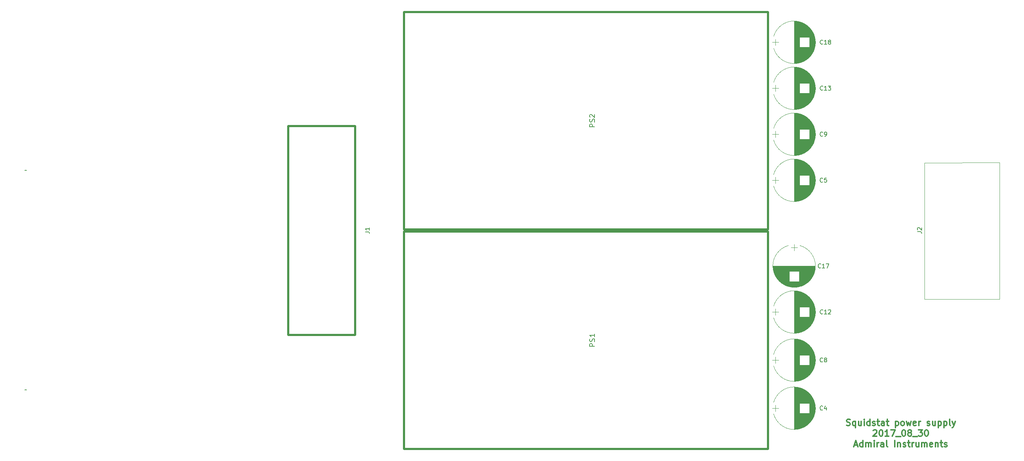
<source format=gbr>
G04 #@! TF.FileFunction,Legend,Top*
%FSLAX46Y46*%
G04 Gerber Fmt 4.6, Leading zero omitted, Abs format (unit mm)*
G04 Created by KiCad (PCBNEW 4.0.7) date 10/03/17 11:40:22*
%MOMM*%
%LPD*%
G01*
G04 APERTURE LIST*
%ADD10C,0.150000*%
%ADD11C,0.300000*%
%ADD12C,0.500000*%
%ADD13C,0.120000*%
G04 APERTURE END LIST*
D10*
D11*
X132535714Y-106557143D02*
X132750000Y-106628571D01*
X133107143Y-106628571D01*
X133250000Y-106557143D01*
X133321429Y-106485714D01*
X133392857Y-106342857D01*
X133392857Y-106200000D01*
X133321429Y-106057143D01*
X133250000Y-105985714D01*
X133107143Y-105914286D01*
X132821429Y-105842857D01*
X132678571Y-105771429D01*
X132607143Y-105700000D01*
X132535714Y-105557143D01*
X132535714Y-105414286D01*
X132607143Y-105271429D01*
X132678571Y-105200000D01*
X132821429Y-105128571D01*
X133178571Y-105128571D01*
X133392857Y-105200000D01*
X134678571Y-105628571D02*
X134678571Y-107128571D01*
X134678571Y-106557143D02*
X134535714Y-106628571D01*
X134250000Y-106628571D01*
X134107142Y-106557143D01*
X134035714Y-106485714D01*
X133964285Y-106342857D01*
X133964285Y-105914286D01*
X134035714Y-105771429D01*
X134107142Y-105700000D01*
X134250000Y-105628571D01*
X134535714Y-105628571D01*
X134678571Y-105700000D01*
X136035714Y-105628571D02*
X136035714Y-106628571D01*
X135392857Y-105628571D02*
X135392857Y-106414286D01*
X135464285Y-106557143D01*
X135607143Y-106628571D01*
X135821428Y-106628571D01*
X135964285Y-106557143D01*
X136035714Y-106485714D01*
X136750000Y-106628571D02*
X136750000Y-105628571D01*
X136750000Y-105128571D02*
X136678571Y-105200000D01*
X136750000Y-105271429D01*
X136821428Y-105200000D01*
X136750000Y-105128571D01*
X136750000Y-105271429D01*
X138107143Y-106628571D02*
X138107143Y-105128571D01*
X138107143Y-106557143D02*
X137964286Y-106628571D01*
X137678572Y-106628571D01*
X137535714Y-106557143D01*
X137464286Y-106485714D01*
X137392857Y-106342857D01*
X137392857Y-105914286D01*
X137464286Y-105771429D01*
X137535714Y-105700000D01*
X137678572Y-105628571D01*
X137964286Y-105628571D01*
X138107143Y-105700000D01*
X138750000Y-106557143D02*
X138892857Y-106628571D01*
X139178572Y-106628571D01*
X139321429Y-106557143D01*
X139392857Y-106414286D01*
X139392857Y-106342857D01*
X139321429Y-106200000D01*
X139178572Y-106128571D01*
X138964286Y-106128571D01*
X138821429Y-106057143D01*
X138750000Y-105914286D01*
X138750000Y-105842857D01*
X138821429Y-105700000D01*
X138964286Y-105628571D01*
X139178572Y-105628571D01*
X139321429Y-105700000D01*
X139821429Y-105628571D02*
X140392858Y-105628571D01*
X140035715Y-105128571D02*
X140035715Y-106414286D01*
X140107143Y-106557143D01*
X140250001Y-106628571D01*
X140392858Y-106628571D01*
X141535715Y-106628571D02*
X141535715Y-105842857D01*
X141464286Y-105700000D01*
X141321429Y-105628571D01*
X141035715Y-105628571D01*
X140892858Y-105700000D01*
X141535715Y-106557143D02*
X141392858Y-106628571D01*
X141035715Y-106628571D01*
X140892858Y-106557143D01*
X140821429Y-106414286D01*
X140821429Y-106271429D01*
X140892858Y-106128571D01*
X141035715Y-106057143D01*
X141392858Y-106057143D01*
X141535715Y-105985714D01*
X142035715Y-105628571D02*
X142607144Y-105628571D01*
X142250001Y-105128571D02*
X142250001Y-106414286D01*
X142321429Y-106557143D01*
X142464287Y-106628571D01*
X142607144Y-106628571D01*
X144250001Y-105628571D02*
X144250001Y-107128571D01*
X144250001Y-105700000D02*
X144392858Y-105628571D01*
X144678572Y-105628571D01*
X144821429Y-105700000D01*
X144892858Y-105771429D01*
X144964287Y-105914286D01*
X144964287Y-106342857D01*
X144892858Y-106485714D01*
X144821429Y-106557143D01*
X144678572Y-106628571D01*
X144392858Y-106628571D01*
X144250001Y-106557143D01*
X145821430Y-106628571D02*
X145678572Y-106557143D01*
X145607144Y-106485714D01*
X145535715Y-106342857D01*
X145535715Y-105914286D01*
X145607144Y-105771429D01*
X145678572Y-105700000D01*
X145821430Y-105628571D01*
X146035715Y-105628571D01*
X146178572Y-105700000D01*
X146250001Y-105771429D01*
X146321430Y-105914286D01*
X146321430Y-106342857D01*
X146250001Y-106485714D01*
X146178572Y-106557143D01*
X146035715Y-106628571D01*
X145821430Y-106628571D01*
X146821430Y-105628571D02*
X147107144Y-106628571D01*
X147392858Y-105914286D01*
X147678573Y-106628571D01*
X147964287Y-105628571D01*
X149107144Y-106557143D02*
X148964287Y-106628571D01*
X148678573Y-106628571D01*
X148535716Y-106557143D01*
X148464287Y-106414286D01*
X148464287Y-105842857D01*
X148535716Y-105700000D01*
X148678573Y-105628571D01*
X148964287Y-105628571D01*
X149107144Y-105700000D01*
X149178573Y-105842857D01*
X149178573Y-105985714D01*
X148464287Y-106128571D01*
X149821430Y-106628571D02*
X149821430Y-105628571D01*
X149821430Y-105914286D02*
X149892858Y-105771429D01*
X149964287Y-105700000D01*
X150107144Y-105628571D01*
X150250001Y-105628571D01*
X151821429Y-106557143D02*
X151964286Y-106628571D01*
X152250001Y-106628571D01*
X152392858Y-106557143D01*
X152464286Y-106414286D01*
X152464286Y-106342857D01*
X152392858Y-106200000D01*
X152250001Y-106128571D01*
X152035715Y-106128571D01*
X151892858Y-106057143D01*
X151821429Y-105914286D01*
X151821429Y-105842857D01*
X151892858Y-105700000D01*
X152035715Y-105628571D01*
X152250001Y-105628571D01*
X152392858Y-105700000D01*
X153750001Y-105628571D02*
X153750001Y-106628571D01*
X153107144Y-105628571D02*
X153107144Y-106414286D01*
X153178572Y-106557143D01*
X153321430Y-106628571D01*
X153535715Y-106628571D01*
X153678572Y-106557143D01*
X153750001Y-106485714D01*
X154464287Y-105628571D02*
X154464287Y-107128571D01*
X154464287Y-105700000D02*
X154607144Y-105628571D01*
X154892858Y-105628571D01*
X155035715Y-105700000D01*
X155107144Y-105771429D01*
X155178573Y-105914286D01*
X155178573Y-106342857D01*
X155107144Y-106485714D01*
X155035715Y-106557143D01*
X154892858Y-106628571D01*
X154607144Y-106628571D01*
X154464287Y-106557143D01*
X155821430Y-105628571D02*
X155821430Y-107128571D01*
X155821430Y-105700000D02*
X155964287Y-105628571D01*
X156250001Y-105628571D01*
X156392858Y-105700000D01*
X156464287Y-105771429D01*
X156535716Y-105914286D01*
X156535716Y-106342857D01*
X156464287Y-106485714D01*
X156392858Y-106557143D01*
X156250001Y-106628571D01*
X155964287Y-106628571D01*
X155821430Y-106557143D01*
X157392859Y-106628571D02*
X157250001Y-106557143D01*
X157178573Y-106414286D01*
X157178573Y-105128571D01*
X157821430Y-105628571D02*
X158178573Y-106628571D01*
X158535715Y-105628571D02*
X158178573Y-106628571D01*
X158035715Y-106985714D01*
X157964287Y-107057143D01*
X157821430Y-107128571D01*
X138928573Y-107821429D02*
X139000002Y-107750000D01*
X139142859Y-107678571D01*
X139500002Y-107678571D01*
X139642859Y-107750000D01*
X139714288Y-107821429D01*
X139785716Y-107964286D01*
X139785716Y-108107143D01*
X139714288Y-108321429D01*
X138857145Y-109178571D01*
X139785716Y-109178571D01*
X140714287Y-107678571D02*
X140857144Y-107678571D01*
X141000001Y-107750000D01*
X141071430Y-107821429D01*
X141142859Y-107964286D01*
X141214287Y-108250000D01*
X141214287Y-108607143D01*
X141142859Y-108892857D01*
X141071430Y-109035714D01*
X141000001Y-109107143D01*
X140857144Y-109178571D01*
X140714287Y-109178571D01*
X140571430Y-109107143D01*
X140500001Y-109035714D01*
X140428573Y-108892857D01*
X140357144Y-108607143D01*
X140357144Y-108250000D01*
X140428573Y-107964286D01*
X140500001Y-107821429D01*
X140571430Y-107750000D01*
X140714287Y-107678571D01*
X142642858Y-109178571D02*
X141785715Y-109178571D01*
X142214287Y-109178571D02*
X142214287Y-107678571D01*
X142071430Y-107892857D01*
X141928572Y-108035714D01*
X141785715Y-108107143D01*
X143142858Y-107678571D02*
X144142858Y-107678571D01*
X143500001Y-109178571D01*
X144357143Y-109321429D02*
X145500000Y-109321429D01*
X146142857Y-107678571D02*
X146285714Y-107678571D01*
X146428571Y-107750000D01*
X146500000Y-107821429D01*
X146571429Y-107964286D01*
X146642857Y-108250000D01*
X146642857Y-108607143D01*
X146571429Y-108892857D01*
X146500000Y-109035714D01*
X146428571Y-109107143D01*
X146285714Y-109178571D01*
X146142857Y-109178571D01*
X146000000Y-109107143D01*
X145928571Y-109035714D01*
X145857143Y-108892857D01*
X145785714Y-108607143D01*
X145785714Y-108250000D01*
X145857143Y-107964286D01*
X145928571Y-107821429D01*
X146000000Y-107750000D01*
X146142857Y-107678571D01*
X147500000Y-108321429D02*
X147357142Y-108250000D01*
X147285714Y-108178571D01*
X147214285Y-108035714D01*
X147214285Y-107964286D01*
X147285714Y-107821429D01*
X147357142Y-107750000D01*
X147500000Y-107678571D01*
X147785714Y-107678571D01*
X147928571Y-107750000D01*
X148000000Y-107821429D01*
X148071428Y-107964286D01*
X148071428Y-108035714D01*
X148000000Y-108178571D01*
X147928571Y-108250000D01*
X147785714Y-108321429D01*
X147500000Y-108321429D01*
X147357142Y-108392857D01*
X147285714Y-108464286D01*
X147214285Y-108607143D01*
X147214285Y-108892857D01*
X147285714Y-109035714D01*
X147357142Y-109107143D01*
X147500000Y-109178571D01*
X147785714Y-109178571D01*
X147928571Y-109107143D01*
X148000000Y-109035714D01*
X148071428Y-108892857D01*
X148071428Y-108607143D01*
X148000000Y-108464286D01*
X147928571Y-108392857D01*
X147785714Y-108321429D01*
X148357142Y-109321429D02*
X149499999Y-109321429D01*
X149714285Y-107678571D02*
X150642856Y-107678571D01*
X150142856Y-108250000D01*
X150357142Y-108250000D01*
X150499999Y-108321429D01*
X150571428Y-108392857D01*
X150642856Y-108535714D01*
X150642856Y-108892857D01*
X150571428Y-109035714D01*
X150499999Y-109107143D01*
X150357142Y-109178571D01*
X149928570Y-109178571D01*
X149785713Y-109107143D01*
X149714285Y-109035714D01*
X151571427Y-107678571D02*
X151714284Y-107678571D01*
X151857141Y-107750000D01*
X151928570Y-107821429D01*
X151999999Y-107964286D01*
X152071427Y-108250000D01*
X152071427Y-108607143D01*
X151999999Y-108892857D01*
X151928570Y-109035714D01*
X151857141Y-109107143D01*
X151714284Y-109178571D01*
X151571427Y-109178571D01*
X151428570Y-109107143D01*
X151357141Y-109035714D01*
X151285713Y-108892857D01*
X151214284Y-108607143D01*
X151214284Y-108250000D01*
X151285713Y-107964286D01*
X151357141Y-107821429D01*
X151428570Y-107750000D01*
X151571427Y-107678571D01*
X134428571Y-111300000D02*
X135142857Y-111300000D01*
X134285714Y-111728571D02*
X134785714Y-110228571D01*
X135285714Y-111728571D01*
X136428571Y-111728571D02*
X136428571Y-110228571D01*
X136428571Y-111657143D02*
X136285714Y-111728571D01*
X136000000Y-111728571D01*
X135857142Y-111657143D01*
X135785714Y-111585714D01*
X135714285Y-111442857D01*
X135714285Y-111014286D01*
X135785714Y-110871429D01*
X135857142Y-110800000D01*
X136000000Y-110728571D01*
X136285714Y-110728571D01*
X136428571Y-110800000D01*
X137142857Y-111728571D02*
X137142857Y-110728571D01*
X137142857Y-110871429D02*
X137214285Y-110800000D01*
X137357143Y-110728571D01*
X137571428Y-110728571D01*
X137714285Y-110800000D01*
X137785714Y-110942857D01*
X137785714Y-111728571D01*
X137785714Y-110942857D02*
X137857143Y-110800000D01*
X138000000Y-110728571D01*
X138214285Y-110728571D01*
X138357143Y-110800000D01*
X138428571Y-110942857D01*
X138428571Y-111728571D01*
X139142857Y-111728571D02*
X139142857Y-110728571D01*
X139142857Y-110228571D02*
X139071428Y-110300000D01*
X139142857Y-110371429D01*
X139214285Y-110300000D01*
X139142857Y-110228571D01*
X139142857Y-110371429D01*
X139857143Y-111728571D02*
X139857143Y-110728571D01*
X139857143Y-111014286D02*
X139928571Y-110871429D01*
X140000000Y-110800000D01*
X140142857Y-110728571D01*
X140285714Y-110728571D01*
X141428571Y-111728571D02*
X141428571Y-110942857D01*
X141357142Y-110800000D01*
X141214285Y-110728571D01*
X140928571Y-110728571D01*
X140785714Y-110800000D01*
X141428571Y-111657143D02*
X141285714Y-111728571D01*
X140928571Y-111728571D01*
X140785714Y-111657143D01*
X140714285Y-111514286D01*
X140714285Y-111371429D01*
X140785714Y-111228571D01*
X140928571Y-111157143D01*
X141285714Y-111157143D01*
X141428571Y-111085714D01*
X142357143Y-111728571D02*
X142214285Y-111657143D01*
X142142857Y-111514286D01*
X142142857Y-110228571D01*
X144071428Y-111728571D02*
X144071428Y-110228571D01*
X144785714Y-110728571D02*
X144785714Y-111728571D01*
X144785714Y-110871429D02*
X144857142Y-110800000D01*
X145000000Y-110728571D01*
X145214285Y-110728571D01*
X145357142Y-110800000D01*
X145428571Y-110942857D01*
X145428571Y-111728571D01*
X146071428Y-111657143D02*
X146214285Y-111728571D01*
X146500000Y-111728571D01*
X146642857Y-111657143D01*
X146714285Y-111514286D01*
X146714285Y-111442857D01*
X146642857Y-111300000D01*
X146500000Y-111228571D01*
X146285714Y-111228571D01*
X146142857Y-111157143D01*
X146071428Y-111014286D01*
X146071428Y-110942857D01*
X146142857Y-110800000D01*
X146285714Y-110728571D01*
X146500000Y-110728571D01*
X146642857Y-110800000D01*
X147142857Y-110728571D02*
X147714286Y-110728571D01*
X147357143Y-110228571D02*
X147357143Y-111514286D01*
X147428571Y-111657143D01*
X147571429Y-111728571D01*
X147714286Y-111728571D01*
X148214286Y-111728571D02*
X148214286Y-110728571D01*
X148214286Y-111014286D02*
X148285714Y-110871429D01*
X148357143Y-110800000D01*
X148500000Y-110728571D01*
X148642857Y-110728571D01*
X149785714Y-110728571D02*
X149785714Y-111728571D01*
X149142857Y-110728571D02*
X149142857Y-111514286D01*
X149214285Y-111657143D01*
X149357143Y-111728571D01*
X149571428Y-111728571D01*
X149714285Y-111657143D01*
X149785714Y-111585714D01*
X150500000Y-111728571D02*
X150500000Y-110728571D01*
X150500000Y-110871429D02*
X150571428Y-110800000D01*
X150714286Y-110728571D01*
X150928571Y-110728571D01*
X151071428Y-110800000D01*
X151142857Y-110942857D01*
X151142857Y-111728571D01*
X151142857Y-110942857D02*
X151214286Y-110800000D01*
X151357143Y-110728571D01*
X151571428Y-110728571D01*
X151714286Y-110800000D01*
X151785714Y-110942857D01*
X151785714Y-111728571D01*
X153071428Y-111657143D02*
X152928571Y-111728571D01*
X152642857Y-111728571D01*
X152500000Y-111657143D01*
X152428571Y-111514286D01*
X152428571Y-110942857D01*
X152500000Y-110800000D01*
X152642857Y-110728571D01*
X152928571Y-110728571D01*
X153071428Y-110800000D01*
X153142857Y-110942857D01*
X153142857Y-111085714D01*
X152428571Y-111228571D01*
X153785714Y-110728571D02*
X153785714Y-111728571D01*
X153785714Y-110871429D02*
X153857142Y-110800000D01*
X154000000Y-110728571D01*
X154214285Y-110728571D01*
X154357142Y-110800000D01*
X154428571Y-110942857D01*
X154428571Y-111728571D01*
X154928571Y-110728571D02*
X155500000Y-110728571D01*
X155142857Y-110228571D02*
X155142857Y-111514286D01*
X155214285Y-111657143D01*
X155357143Y-111728571D01*
X155500000Y-111728571D01*
X155928571Y-111657143D02*
X156071428Y-111728571D01*
X156357143Y-111728571D01*
X156500000Y-111657143D01*
X156571428Y-111514286D01*
X156571428Y-111442857D01*
X156500000Y-111300000D01*
X156357143Y-111228571D01*
X156142857Y-111228571D01*
X156000000Y-111157143D01*
X155928571Y-111014286D01*
X155928571Y-110942857D01*
X156000000Y-110800000D01*
X156142857Y-110728571D01*
X156357143Y-110728571D01*
X156500000Y-110800000D01*
D12*
X113760000Y-7750000D02*
X113760000Y-59750000D01*
X113760000Y-59750000D02*
X26760000Y-59750000D01*
X26760000Y-59750000D02*
X26760000Y-7750000D01*
X26760000Y-7750000D02*
X113760000Y-7750000D01*
D10*
X-63980000Y-45580000D02*
X-63530000Y-45580000D01*
D13*
X124898437Y-101116736D02*
G75*
G03X115100643Y-101120000I-4898437J-1383264D01*
G01*
X124898437Y-103883264D02*
G75*
G02X115100643Y-103880000I-4898437J1383264D01*
G01*
X124898437Y-103883264D02*
G75*
G03X124899357Y-101120000I-4898437J1383264D01*
G01*
X120000000Y-97450000D02*
X120000000Y-107550000D01*
X120040000Y-97450000D02*
X120040000Y-107550000D01*
X120080000Y-97450000D02*
X120080000Y-107550000D01*
X120120000Y-97451000D02*
X120120000Y-107549000D01*
X120160000Y-97452000D02*
X120160000Y-107548000D01*
X120200000Y-97453000D02*
X120200000Y-107547000D01*
X120240000Y-97455000D02*
X120240000Y-107545000D01*
X120280000Y-97457000D02*
X120280000Y-107543000D01*
X120320000Y-97460000D02*
X120320000Y-107540000D01*
X120360000Y-97462000D02*
X120360000Y-107538000D01*
X120400000Y-97465000D02*
X120400000Y-107535000D01*
X120440000Y-97469000D02*
X120440000Y-107531000D01*
X120480000Y-97472000D02*
X120480000Y-107528000D01*
X120520000Y-97476000D02*
X120520000Y-107524000D01*
X120560000Y-97480000D02*
X120560000Y-107520000D01*
X120600000Y-97485000D02*
X120600000Y-107515000D01*
X120640000Y-97490000D02*
X120640000Y-107510000D01*
X120680000Y-97495000D02*
X120680000Y-107505000D01*
X120721000Y-97501000D02*
X120721000Y-107499000D01*
X120761000Y-97507000D02*
X120761000Y-107493000D01*
X120801000Y-97513000D02*
X120801000Y-107487000D01*
X120841000Y-97519000D02*
X120841000Y-107481000D01*
X120881000Y-97526000D02*
X120881000Y-107474000D01*
X120921000Y-97533000D02*
X120921000Y-107467000D01*
X120961000Y-97541000D02*
X120961000Y-107459000D01*
X121001000Y-97549000D02*
X121001000Y-107451000D01*
X121041000Y-97557000D02*
X121041000Y-107443000D01*
X121081000Y-97565000D02*
X121081000Y-107435000D01*
X121121000Y-97574000D02*
X121121000Y-107426000D01*
X121161000Y-97583000D02*
X121161000Y-107417000D01*
X121201000Y-97593000D02*
X121201000Y-107407000D01*
X121241000Y-97603000D02*
X121241000Y-107397000D01*
X121281000Y-97613000D02*
X121281000Y-107387000D01*
X121321000Y-97624000D02*
X121321000Y-101319000D01*
X121321000Y-103681000D02*
X121321000Y-107376000D01*
X121361000Y-97635000D02*
X121361000Y-101319000D01*
X121361000Y-103681000D02*
X121361000Y-107365000D01*
X121401000Y-97646000D02*
X121401000Y-101319000D01*
X121401000Y-103681000D02*
X121401000Y-107354000D01*
X121441000Y-97657000D02*
X121441000Y-101319000D01*
X121441000Y-103681000D02*
X121441000Y-107343000D01*
X121481000Y-97669000D02*
X121481000Y-101319000D01*
X121481000Y-103681000D02*
X121481000Y-107331000D01*
X121521000Y-97682000D02*
X121521000Y-101319000D01*
X121521000Y-103681000D02*
X121521000Y-107318000D01*
X121561000Y-97694000D02*
X121561000Y-101319000D01*
X121561000Y-103681000D02*
X121561000Y-107306000D01*
X121601000Y-97708000D02*
X121601000Y-101319000D01*
X121601000Y-103681000D02*
X121601000Y-107292000D01*
X121641000Y-97721000D02*
X121641000Y-101319000D01*
X121641000Y-103681000D02*
X121641000Y-107279000D01*
X121681000Y-97735000D02*
X121681000Y-101319000D01*
X121681000Y-103681000D02*
X121681000Y-107265000D01*
X121721000Y-97749000D02*
X121721000Y-101319000D01*
X121721000Y-103681000D02*
X121721000Y-107251000D01*
X121761000Y-97763000D02*
X121761000Y-101319000D01*
X121761000Y-103681000D02*
X121761000Y-107237000D01*
X121801000Y-97778000D02*
X121801000Y-101319000D01*
X121801000Y-103681000D02*
X121801000Y-107222000D01*
X121841000Y-97794000D02*
X121841000Y-101319000D01*
X121841000Y-103681000D02*
X121841000Y-107206000D01*
X121881000Y-97809000D02*
X121881000Y-101319000D01*
X121881000Y-103681000D02*
X121881000Y-107191000D01*
X121921000Y-97826000D02*
X121921000Y-101319000D01*
X121921000Y-103681000D02*
X121921000Y-107174000D01*
X121961000Y-97842000D02*
X121961000Y-101319000D01*
X121961000Y-103681000D02*
X121961000Y-107158000D01*
X122001000Y-97859000D02*
X122001000Y-101319000D01*
X122001000Y-103681000D02*
X122001000Y-107141000D01*
X122041000Y-97876000D02*
X122041000Y-101319000D01*
X122041000Y-103681000D02*
X122041000Y-107124000D01*
X122081000Y-97894000D02*
X122081000Y-101319000D01*
X122081000Y-103681000D02*
X122081000Y-107106000D01*
X122121000Y-97912000D02*
X122121000Y-101319000D01*
X122121000Y-103681000D02*
X122121000Y-107088000D01*
X122161000Y-97931000D02*
X122161000Y-101319000D01*
X122161000Y-103681000D02*
X122161000Y-107069000D01*
X122201000Y-97950000D02*
X122201000Y-101319000D01*
X122201000Y-103681000D02*
X122201000Y-107050000D01*
X122241000Y-97969000D02*
X122241000Y-101319000D01*
X122241000Y-103681000D02*
X122241000Y-107031000D01*
X122281000Y-97989000D02*
X122281000Y-101319000D01*
X122281000Y-103681000D02*
X122281000Y-107011000D01*
X122321000Y-98009000D02*
X122321000Y-101319000D01*
X122321000Y-103681000D02*
X122321000Y-106991000D01*
X122361000Y-98030000D02*
X122361000Y-101319000D01*
X122361000Y-103681000D02*
X122361000Y-106970000D01*
X122401000Y-98051000D02*
X122401000Y-101319000D01*
X122401000Y-103681000D02*
X122401000Y-106949000D01*
X122441000Y-98072000D02*
X122441000Y-101319000D01*
X122441000Y-103681000D02*
X122441000Y-106928000D01*
X122481000Y-98095000D02*
X122481000Y-101319000D01*
X122481000Y-103681000D02*
X122481000Y-106905000D01*
X122521000Y-98117000D02*
X122521000Y-101319000D01*
X122521000Y-103681000D02*
X122521000Y-106883000D01*
X122561000Y-98140000D02*
X122561000Y-101319000D01*
X122561000Y-103681000D02*
X122561000Y-106860000D01*
X122601000Y-98164000D02*
X122601000Y-101319000D01*
X122601000Y-103681000D02*
X122601000Y-106836000D01*
X122641000Y-98188000D02*
X122641000Y-101319000D01*
X122641000Y-103681000D02*
X122641000Y-106812000D01*
X122681000Y-98212000D02*
X122681000Y-101319000D01*
X122681000Y-103681000D02*
X122681000Y-106788000D01*
X122721000Y-98237000D02*
X122721000Y-101319000D01*
X122721000Y-103681000D02*
X122721000Y-106763000D01*
X122761000Y-98263000D02*
X122761000Y-101319000D01*
X122761000Y-103681000D02*
X122761000Y-106737000D01*
X122801000Y-98289000D02*
X122801000Y-101319000D01*
X122801000Y-103681000D02*
X122801000Y-106711000D01*
X122841000Y-98315000D02*
X122841000Y-101319000D01*
X122841000Y-103681000D02*
X122841000Y-106685000D01*
X122881000Y-98343000D02*
X122881000Y-101319000D01*
X122881000Y-103681000D02*
X122881000Y-106657000D01*
X122921000Y-98370000D02*
X122921000Y-101319000D01*
X122921000Y-103681000D02*
X122921000Y-106630000D01*
X122961000Y-98399000D02*
X122961000Y-101319000D01*
X122961000Y-103681000D02*
X122961000Y-106601000D01*
X123001000Y-98428000D02*
X123001000Y-101319000D01*
X123001000Y-103681000D02*
X123001000Y-106572000D01*
X123041000Y-98457000D02*
X123041000Y-101319000D01*
X123041000Y-103681000D02*
X123041000Y-106543000D01*
X123081000Y-98487000D02*
X123081000Y-101319000D01*
X123081000Y-103681000D02*
X123081000Y-106513000D01*
X123121000Y-98518000D02*
X123121000Y-101319000D01*
X123121000Y-103681000D02*
X123121000Y-106482000D01*
X123161000Y-98549000D02*
X123161000Y-101319000D01*
X123161000Y-103681000D02*
X123161000Y-106451000D01*
X123201000Y-98581000D02*
X123201000Y-101319000D01*
X123201000Y-103681000D02*
X123201000Y-106419000D01*
X123241000Y-98614000D02*
X123241000Y-101319000D01*
X123241000Y-103681000D02*
X123241000Y-106386000D01*
X123281000Y-98647000D02*
X123281000Y-101319000D01*
X123281000Y-103681000D02*
X123281000Y-106353000D01*
X123321000Y-98681000D02*
X123321000Y-101319000D01*
X123321000Y-103681000D02*
X123321000Y-106319000D01*
X123361000Y-98716000D02*
X123361000Y-101319000D01*
X123361000Y-103681000D02*
X123361000Y-106284000D01*
X123401000Y-98752000D02*
X123401000Y-101319000D01*
X123401000Y-103681000D02*
X123401000Y-106248000D01*
X123441000Y-98788000D02*
X123441000Y-101319000D01*
X123441000Y-103681000D02*
X123441000Y-106212000D01*
X123481000Y-98825000D02*
X123481000Y-101319000D01*
X123481000Y-103681000D02*
X123481000Y-106175000D01*
X123521000Y-98863000D02*
X123521000Y-101319000D01*
X123521000Y-103681000D02*
X123521000Y-106137000D01*
X123561000Y-98902000D02*
X123561000Y-101319000D01*
X123561000Y-103681000D02*
X123561000Y-106098000D01*
X123601000Y-98941000D02*
X123601000Y-101319000D01*
X123601000Y-103681000D02*
X123601000Y-106059000D01*
X123641000Y-98982000D02*
X123641000Y-101319000D01*
X123641000Y-103681000D02*
X123641000Y-106018000D01*
X123681000Y-99023000D02*
X123681000Y-105977000D01*
X123721000Y-99065000D02*
X123721000Y-105935000D01*
X123761000Y-99109000D02*
X123761000Y-105891000D01*
X123801000Y-99153000D02*
X123801000Y-105847000D01*
X123841000Y-99198000D02*
X123841000Y-105802000D01*
X123881000Y-99245000D02*
X123881000Y-105755000D01*
X123921000Y-99293000D02*
X123921000Y-105707000D01*
X123961000Y-99342000D02*
X123961000Y-105658000D01*
X124001000Y-99392000D02*
X124001000Y-105608000D01*
X124041000Y-99443000D02*
X124041000Y-105557000D01*
X124081000Y-99496000D02*
X124081000Y-105504000D01*
X124121000Y-99551000D02*
X124121000Y-105449000D01*
X124161000Y-99606000D02*
X124161000Y-105394000D01*
X124201000Y-99664000D02*
X124201000Y-105336000D01*
X124241000Y-99723000D02*
X124241000Y-105277000D01*
X124281000Y-99785000D02*
X124281000Y-105215000D01*
X124321000Y-99848000D02*
X124321000Y-105152000D01*
X124361000Y-99913000D02*
X124361000Y-105087000D01*
X124401000Y-99981000D02*
X124401000Y-105019000D01*
X124441000Y-100051000D02*
X124441000Y-104949000D01*
X124481000Y-100123000D02*
X124481000Y-104877000D01*
X124521000Y-100199000D02*
X124521000Y-104801000D01*
X124561000Y-100278000D02*
X124561000Y-104722000D01*
X124601000Y-100360000D02*
X124601000Y-104640000D01*
X124641000Y-100447000D02*
X124641000Y-104553000D01*
X124681000Y-100538000D02*
X124681000Y-104462000D01*
X124721000Y-100634000D02*
X124721000Y-104366000D01*
X124761000Y-100737000D02*
X124761000Y-104263000D01*
X124801000Y-100846000D02*
X124801000Y-104154000D01*
X124841000Y-100964000D02*
X124841000Y-104036000D01*
X124881000Y-101093000D02*
X124881000Y-103907000D01*
X124921000Y-101235000D02*
X124921000Y-103765000D01*
X124961000Y-101396000D02*
X124961000Y-103604000D01*
X125001000Y-101587000D02*
X125001000Y-103413000D01*
X125041000Y-101828000D02*
X125041000Y-103172000D01*
X125081000Y-102221000D02*
X125081000Y-102779000D01*
X114800000Y-102500000D02*
X116300000Y-102500000D01*
X115550000Y-101750000D02*
X115550000Y-103250000D01*
X124898437Y-46616736D02*
G75*
G03X115100643Y-46620000I-4898437J-1383264D01*
G01*
X124898437Y-49383264D02*
G75*
G02X115100643Y-49380000I-4898437J1383264D01*
G01*
X124898437Y-49383264D02*
G75*
G03X124899357Y-46620000I-4898437J1383264D01*
G01*
X120000000Y-42950000D02*
X120000000Y-53050000D01*
X120040000Y-42950000D02*
X120040000Y-53050000D01*
X120080000Y-42950000D02*
X120080000Y-53050000D01*
X120120000Y-42951000D02*
X120120000Y-53049000D01*
X120160000Y-42952000D02*
X120160000Y-53048000D01*
X120200000Y-42953000D02*
X120200000Y-53047000D01*
X120240000Y-42955000D02*
X120240000Y-53045000D01*
X120280000Y-42957000D02*
X120280000Y-53043000D01*
X120320000Y-42960000D02*
X120320000Y-53040000D01*
X120360000Y-42962000D02*
X120360000Y-53038000D01*
X120400000Y-42965000D02*
X120400000Y-53035000D01*
X120440000Y-42969000D02*
X120440000Y-53031000D01*
X120480000Y-42972000D02*
X120480000Y-53028000D01*
X120520000Y-42976000D02*
X120520000Y-53024000D01*
X120560000Y-42980000D02*
X120560000Y-53020000D01*
X120600000Y-42985000D02*
X120600000Y-53015000D01*
X120640000Y-42990000D02*
X120640000Y-53010000D01*
X120680000Y-42995000D02*
X120680000Y-53005000D01*
X120721000Y-43001000D02*
X120721000Y-52999000D01*
X120761000Y-43007000D02*
X120761000Y-52993000D01*
X120801000Y-43013000D02*
X120801000Y-52987000D01*
X120841000Y-43019000D02*
X120841000Y-52981000D01*
X120881000Y-43026000D02*
X120881000Y-52974000D01*
X120921000Y-43033000D02*
X120921000Y-52967000D01*
X120961000Y-43041000D02*
X120961000Y-52959000D01*
X121001000Y-43049000D02*
X121001000Y-52951000D01*
X121041000Y-43057000D02*
X121041000Y-52943000D01*
X121081000Y-43065000D02*
X121081000Y-52935000D01*
X121121000Y-43074000D02*
X121121000Y-52926000D01*
X121161000Y-43083000D02*
X121161000Y-52917000D01*
X121201000Y-43093000D02*
X121201000Y-52907000D01*
X121241000Y-43103000D02*
X121241000Y-52897000D01*
X121281000Y-43113000D02*
X121281000Y-52887000D01*
X121321000Y-43124000D02*
X121321000Y-46819000D01*
X121321000Y-49181000D02*
X121321000Y-52876000D01*
X121361000Y-43135000D02*
X121361000Y-46819000D01*
X121361000Y-49181000D02*
X121361000Y-52865000D01*
X121401000Y-43146000D02*
X121401000Y-46819000D01*
X121401000Y-49181000D02*
X121401000Y-52854000D01*
X121441000Y-43157000D02*
X121441000Y-46819000D01*
X121441000Y-49181000D02*
X121441000Y-52843000D01*
X121481000Y-43169000D02*
X121481000Y-46819000D01*
X121481000Y-49181000D02*
X121481000Y-52831000D01*
X121521000Y-43182000D02*
X121521000Y-46819000D01*
X121521000Y-49181000D02*
X121521000Y-52818000D01*
X121561000Y-43194000D02*
X121561000Y-46819000D01*
X121561000Y-49181000D02*
X121561000Y-52806000D01*
X121601000Y-43208000D02*
X121601000Y-46819000D01*
X121601000Y-49181000D02*
X121601000Y-52792000D01*
X121641000Y-43221000D02*
X121641000Y-46819000D01*
X121641000Y-49181000D02*
X121641000Y-52779000D01*
X121681000Y-43235000D02*
X121681000Y-46819000D01*
X121681000Y-49181000D02*
X121681000Y-52765000D01*
X121721000Y-43249000D02*
X121721000Y-46819000D01*
X121721000Y-49181000D02*
X121721000Y-52751000D01*
X121761000Y-43263000D02*
X121761000Y-46819000D01*
X121761000Y-49181000D02*
X121761000Y-52737000D01*
X121801000Y-43278000D02*
X121801000Y-46819000D01*
X121801000Y-49181000D02*
X121801000Y-52722000D01*
X121841000Y-43294000D02*
X121841000Y-46819000D01*
X121841000Y-49181000D02*
X121841000Y-52706000D01*
X121881000Y-43309000D02*
X121881000Y-46819000D01*
X121881000Y-49181000D02*
X121881000Y-52691000D01*
X121921000Y-43326000D02*
X121921000Y-46819000D01*
X121921000Y-49181000D02*
X121921000Y-52674000D01*
X121961000Y-43342000D02*
X121961000Y-46819000D01*
X121961000Y-49181000D02*
X121961000Y-52658000D01*
X122001000Y-43359000D02*
X122001000Y-46819000D01*
X122001000Y-49181000D02*
X122001000Y-52641000D01*
X122041000Y-43376000D02*
X122041000Y-46819000D01*
X122041000Y-49181000D02*
X122041000Y-52624000D01*
X122081000Y-43394000D02*
X122081000Y-46819000D01*
X122081000Y-49181000D02*
X122081000Y-52606000D01*
X122121000Y-43412000D02*
X122121000Y-46819000D01*
X122121000Y-49181000D02*
X122121000Y-52588000D01*
X122161000Y-43431000D02*
X122161000Y-46819000D01*
X122161000Y-49181000D02*
X122161000Y-52569000D01*
X122201000Y-43450000D02*
X122201000Y-46819000D01*
X122201000Y-49181000D02*
X122201000Y-52550000D01*
X122241000Y-43469000D02*
X122241000Y-46819000D01*
X122241000Y-49181000D02*
X122241000Y-52531000D01*
X122281000Y-43489000D02*
X122281000Y-46819000D01*
X122281000Y-49181000D02*
X122281000Y-52511000D01*
X122321000Y-43509000D02*
X122321000Y-46819000D01*
X122321000Y-49181000D02*
X122321000Y-52491000D01*
X122361000Y-43530000D02*
X122361000Y-46819000D01*
X122361000Y-49181000D02*
X122361000Y-52470000D01*
X122401000Y-43551000D02*
X122401000Y-46819000D01*
X122401000Y-49181000D02*
X122401000Y-52449000D01*
X122441000Y-43572000D02*
X122441000Y-46819000D01*
X122441000Y-49181000D02*
X122441000Y-52428000D01*
X122481000Y-43595000D02*
X122481000Y-46819000D01*
X122481000Y-49181000D02*
X122481000Y-52405000D01*
X122521000Y-43617000D02*
X122521000Y-46819000D01*
X122521000Y-49181000D02*
X122521000Y-52383000D01*
X122561000Y-43640000D02*
X122561000Y-46819000D01*
X122561000Y-49181000D02*
X122561000Y-52360000D01*
X122601000Y-43664000D02*
X122601000Y-46819000D01*
X122601000Y-49181000D02*
X122601000Y-52336000D01*
X122641000Y-43688000D02*
X122641000Y-46819000D01*
X122641000Y-49181000D02*
X122641000Y-52312000D01*
X122681000Y-43712000D02*
X122681000Y-46819000D01*
X122681000Y-49181000D02*
X122681000Y-52288000D01*
X122721000Y-43737000D02*
X122721000Y-46819000D01*
X122721000Y-49181000D02*
X122721000Y-52263000D01*
X122761000Y-43763000D02*
X122761000Y-46819000D01*
X122761000Y-49181000D02*
X122761000Y-52237000D01*
X122801000Y-43789000D02*
X122801000Y-46819000D01*
X122801000Y-49181000D02*
X122801000Y-52211000D01*
X122841000Y-43815000D02*
X122841000Y-46819000D01*
X122841000Y-49181000D02*
X122841000Y-52185000D01*
X122881000Y-43843000D02*
X122881000Y-46819000D01*
X122881000Y-49181000D02*
X122881000Y-52157000D01*
X122921000Y-43870000D02*
X122921000Y-46819000D01*
X122921000Y-49181000D02*
X122921000Y-52130000D01*
X122961000Y-43899000D02*
X122961000Y-46819000D01*
X122961000Y-49181000D02*
X122961000Y-52101000D01*
X123001000Y-43928000D02*
X123001000Y-46819000D01*
X123001000Y-49181000D02*
X123001000Y-52072000D01*
X123041000Y-43957000D02*
X123041000Y-46819000D01*
X123041000Y-49181000D02*
X123041000Y-52043000D01*
X123081000Y-43987000D02*
X123081000Y-46819000D01*
X123081000Y-49181000D02*
X123081000Y-52013000D01*
X123121000Y-44018000D02*
X123121000Y-46819000D01*
X123121000Y-49181000D02*
X123121000Y-51982000D01*
X123161000Y-44049000D02*
X123161000Y-46819000D01*
X123161000Y-49181000D02*
X123161000Y-51951000D01*
X123201000Y-44081000D02*
X123201000Y-46819000D01*
X123201000Y-49181000D02*
X123201000Y-51919000D01*
X123241000Y-44114000D02*
X123241000Y-46819000D01*
X123241000Y-49181000D02*
X123241000Y-51886000D01*
X123281000Y-44147000D02*
X123281000Y-46819000D01*
X123281000Y-49181000D02*
X123281000Y-51853000D01*
X123321000Y-44181000D02*
X123321000Y-46819000D01*
X123321000Y-49181000D02*
X123321000Y-51819000D01*
X123361000Y-44216000D02*
X123361000Y-46819000D01*
X123361000Y-49181000D02*
X123361000Y-51784000D01*
X123401000Y-44252000D02*
X123401000Y-46819000D01*
X123401000Y-49181000D02*
X123401000Y-51748000D01*
X123441000Y-44288000D02*
X123441000Y-46819000D01*
X123441000Y-49181000D02*
X123441000Y-51712000D01*
X123481000Y-44325000D02*
X123481000Y-46819000D01*
X123481000Y-49181000D02*
X123481000Y-51675000D01*
X123521000Y-44363000D02*
X123521000Y-46819000D01*
X123521000Y-49181000D02*
X123521000Y-51637000D01*
X123561000Y-44402000D02*
X123561000Y-46819000D01*
X123561000Y-49181000D02*
X123561000Y-51598000D01*
X123601000Y-44441000D02*
X123601000Y-46819000D01*
X123601000Y-49181000D02*
X123601000Y-51559000D01*
X123641000Y-44482000D02*
X123641000Y-46819000D01*
X123641000Y-49181000D02*
X123641000Y-51518000D01*
X123681000Y-44523000D02*
X123681000Y-51477000D01*
X123721000Y-44565000D02*
X123721000Y-51435000D01*
X123761000Y-44609000D02*
X123761000Y-51391000D01*
X123801000Y-44653000D02*
X123801000Y-51347000D01*
X123841000Y-44698000D02*
X123841000Y-51302000D01*
X123881000Y-44745000D02*
X123881000Y-51255000D01*
X123921000Y-44793000D02*
X123921000Y-51207000D01*
X123961000Y-44842000D02*
X123961000Y-51158000D01*
X124001000Y-44892000D02*
X124001000Y-51108000D01*
X124041000Y-44943000D02*
X124041000Y-51057000D01*
X124081000Y-44996000D02*
X124081000Y-51004000D01*
X124121000Y-45051000D02*
X124121000Y-50949000D01*
X124161000Y-45106000D02*
X124161000Y-50894000D01*
X124201000Y-45164000D02*
X124201000Y-50836000D01*
X124241000Y-45223000D02*
X124241000Y-50777000D01*
X124281000Y-45285000D02*
X124281000Y-50715000D01*
X124321000Y-45348000D02*
X124321000Y-50652000D01*
X124361000Y-45413000D02*
X124361000Y-50587000D01*
X124401000Y-45481000D02*
X124401000Y-50519000D01*
X124441000Y-45551000D02*
X124441000Y-50449000D01*
X124481000Y-45623000D02*
X124481000Y-50377000D01*
X124521000Y-45699000D02*
X124521000Y-50301000D01*
X124561000Y-45778000D02*
X124561000Y-50222000D01*
X124601000Y-45860000D02*
X124601000Y-50140000D01*
X124641000Y-45947000D02*
X124641000Y-50053000D01*
X124681000Y-46038000D02*
X124681000Y-49962000D01*
X124721000Y-46134000D02*
X124721000Y-49866000D01*
X124761000Y-46237000D02*
X124761000Y-49763000D01*
X124801000Y-46346000D02*
X124801000Y-49654000D01*
X124841000Y-46464000D02*
X124841000Y-49536000D01*
X124881000Y-46593000D02*
X124881000Y-49407000D01*
X124921000Y-46735000D02*
X124921000Y-49265000D01*
X124961000Y-46896000D02*
X124961000Y-49104000D01*
X125001000Y-47087000D02*
X125001000Y-48913000D01*
X125041000Y-47328000D02*
X125041000Y-48672000D01*
X125081000Y-47721000D02*
X125081000Y-48279000D01*
X114800000Y-48000000D02*
X116300000Y-48000000D01*
X115550000Y-47250000D02*
X115550000Y-48750000D01*
X124898437Y-89616736D02*
G75*
G03X115100643Y-89620000I-4898437J-1383264D01*
G01*
X124898437Y-92383264D02*
G75*
G02X115100643Y-92380000I-4898437J1383264D01*
G01*
X124898437Y-92383264D02*
G75*
G03X124899357Y-89620000I-4898437J1383264D01*
G01*
X120000000Y-85950000D02*
X120000000Y-96050000D01*
X120040000Y-85950000D02*
X120040000Y-96050000D01*
X120080000Y-85950000D02*
X120080000Y-96050000D01*
X120120000Y-85951000D02*
X120120000Y-96049000D01*
X120160000Y-85952000D02*
X120160000Y-96048000D01*
X120200000Y-85953000D02*
X120200000Y-96047000D01*
X120240000Y-85955000D02*
X120240000Y-96045000D01*
X120280000Y-85957000D02*
X120280000Y-96043000D01*
X120320000Y-85960000D02*
X120320000Y-96040000D01*
X120360000Y-85962000D02*
X120360000Y-96038000D01*
X120400000Y-85965000D02*
X120400000Y-96035000D01*
X120440000Y-85969000D02*
X120440000Y-96031000D01*
X120480000Y-85972000D02*
X120480000Y-96028000D01*
X120520000Y-85976000D02*
X120520000Y-96024000D01*
X120560000Y-85980000D02*
X120560000Y-96020000D01*
X120600000Y-85985000D02*
X120600000Y-96015000D01*
X120640000Y-85990000D02*
X120640000Y-96010000D01*
X120680000Y-85995000D02*
X120680000Y-96005000D01*
X120721000Y-86001000D02*
X120721000Y-95999000D01*
X120761000Y-86007000D02*
X120761000Y-95993000D01*
X120801000Y-86013000D02*
X120801000Y-95987000D01*
X120841000Y-86019000D02*
X120841000Y-95981000D01*
X120881000Y-86026000D02*
X120881000Y-95974000D01*
X120921000Y-86033000D02*
X120921000Y-95967000D01*
X120961000Y-86041000D02*
X120961000Y-95959000D01*
X121001000Y-86049000D02*
X121001000Y-95951000D01*
X121041000Y-86057000D02*
X121041000Y-95943000D01*
X121081000Y-86065000D02*
X121081000Y-95935000D01*
X121121000Y-86074000D02*
X121121000Y-95926000D01*
X121161000Y-86083000D02*
X121161000Y-95917000D01*
X121201000Y-86093000D02*
X121201000Y-95907000D01*
X121241000Y-86103000D02*
X121241000Y-95897000D01*
X121281000Y-86113000D02*
X121281000Y-95887000D01*
X121321000Y-86124000D02*
X121321000Y-89819000D01*
X121321000Y-92181000D02*
X121321000Y-95876000D01*
X121361000Y-86135000D02*
X121361000Y-89819000D01*
X121361000Y-92181000D02*
X121361000Y-95865000D01*
X121401000Y-86146000D02*
X121401000Y-89819000D01*
X121401000Y-92181000D02*
X121401000Y-95854000D01*
X121441000Y-86157000D02*
X121441000Y-89819000D01*
X121441000Y-92181000D02*
X121441000Y-95843000D01*
X121481000Y-86169000D02*
X121481000Y-89819000D01*
X121481000Y-92181000D02*
X121481000Y-95831000D01*
X121521000Y-86182000D02*
X121521000Y-89819000D01*
X121521000Y-92181000D02*
X121521000Y-95818000D01*
X121561000Y-86194000D02*
X121561000Y-89819000D01*
X121561000Y-92181000D02*
X121561000Y-95806000D01*
X121601000Y-86208000D02*
X121601000Y-89819000D01*
X121601000Y-92181000D02*
X121601000Y-95792000D01*
X121641000Y-86221000D02*
X121641000Y-89819000D01*
X121641000Y-92181000D02*
X121641000Y-95779000D01*
X121681000Y-86235000D02*
X121681000Y-89819000D01*
X121681000Y-92181000D02*
X121681000Y-95765000D01*
X121721000Y-86249000D02*
X121721000Y-89819000D01*
X121721000Y-92181000D02*
X121721000Y-95751000D01*
X121761000Y-86263000D02*
X121761000Y-89819000D01*
X121761000Y-92181000D02*
X121761000Y-95737000D01*
X121801000Y-86278000D02*
X121801000Y-89819000D01*
X121801000Y-92181000D02*
X121801000Y-95722000D01*
X121841000Y-86294000D02*
X121841000Y-89819000D01*
X121841000Y-92181000D02*
X121841000Y-95706000D01*
X121881000Y-86309000D02*
X121881000Y-89819000D01*
X121881000Y-92181000D02*
X121881000Y-95691000D01*
X121921000Y-86326000D02*
X121921000Y-89819000D01*
X121921000Y-92181000D02*
X121921000Y-95674000D01*
X121961000Y-86342000D02*
X121961000Y-89819000D01*
X121961000Y-92181000D02*
X121961000Y-95658000D01*
X122001000Y-86359000D02*
X122001000Y-89819000D01*
X122001000Y-92181000D02*
X122001000Y-95641000D01*
X122041000Y-86376000D02*
X122041000Y-89819000D01*
X122041000Y-92181000D02*
X122041000Y-95624000D01*
X122081000Y-86394000D02*
X122081000Y-89819000D01*
X122081000Y-92181000D02*
X122081000Y-95606000D01*
X122121000Y-86412000D02*
X122121000Y-89819000D01*
X122121000Y-92181000D02*
X122121000Y-95588000D01*
X122161000Y-86431000D02*
X122161000Y-89819000D01*
X122161000Y-92181000D02*
X122161000Y-95569000D01*
X122201000Y-86450000D02*
X122201000Y-89819000D01*
X122201000Y-92181000D02*
X122201000Y-95550000D01*
X122241000Y-86469000D02*
X122241000Y-89819000D01*
X122241000Y-92181000D02*
X122241000Y-95531000D01*
X122281000Y-86489000D02*
X122281000Y-89819000D01*
X122281000Y-92181000D02*
X122281000Y-95511000D01*
X122321000Y-86509000D02*
X122321000Y-89819000D01*
X122321000Y-92181000D02*
X122321000Y-95491000D01*
X122361000Y-86530000D02*
X122361000Y-89819000D01*
X122361000Y-92181000D02*
X122361000Y-95470000D01*
X122401000Y-86551000D02*
X122401000Y-89819000D01*
X122401000Y-92181000D02*
X122401000Y-95449000D01*
X122441000Y-86572000D02*
X122441000Y-89819000D01*
X122441000Y-92181000D02*
X122441000Y-95428000D01*
X122481000Y-86595000D02*
X122481000Y-89819000D01*
X122481000Y-92181000D02*
X122481000Y-95405000D01*
X122521000Y-86617000D02*
X122521000Y-89819000D01*
X122521000Y-92181000D02*
X122521000Y-95383000D01*
X122561000Y-86640000D02*
X122561000Y-89819000D01*
X122561000Y-92181000D02*
X122561000Y-95360000D01*
X122601000Y-86664000D02*
X122601000Y-89819000D01*
X122601000Y-92181000D02*
X122601000Y-95336000D01*
X122641000Y-86688000D02*
X122641000Y-89819000D01*
X122641000Y-92181000D02*
X122641000Y-95312000D01*
X122681000Y-86712000D02*
X122681000Y-89819000D01*
X122681000Y-92181000D02*
X122681000Y-95288000D01*
X122721000Y-86737000D02*
X122721000Y-89819000D01*
X122721000Y-92181000D02*
X122721000Y-95263000D01*
X122761000Y-86763000D02*
X122761000Y-89819000D01*
X122761000Y-92181000D02*
X122761000Y-95237000D01*
X122801000Y-86789000D02*
X122801000Y-89819000D01*
X122801000Y-92181000D02*
X122801000Y-95211000D01*
X122841000Y-86815000D02*
X122841000Y-89819000D01*
X122841000Y-92181000D02*
X122841000Y-95185000D01*
X122881000Y-86843000D02*
X122881000Y-89819000D01*
X122881000Y-92181000D02*
X122881000Y-95157000D01*
X122921000Y-86870000D02*
X122921000Y-89819000D01*
X122921000Y-92181000D02*
X122921000Y-95130000D01*
X122961000Y-86899000D02*
X122961000Y-89819000D01*
X122961000Y-92181000D02*
X122961000Y-95101000D01*
X123001000Y-86928000D02*
X123001000Y-89819000D01*
X123001000Y-92181000D02*
X123001000Y-95072000D01*
X123041000Y-86957000D02*
X123041000Y-89819000D01*
X123041000Y-92181000D02*
X123041000Y-95043000D01*
X123081000Y-86987000D02*
X123081000Y-89819000D01*
X123081000Y-92181000D02*
X123081000Y-95013000D01*
X123121000Y-87018000D02*
X123121000Y-89819000D01*
X123121000Y-92181000D02*
X123121000Y-94982000D01*
X123161000Y-87049000D02*
X123161000Y-89819000D01*
X123161000Y-92181000D02*
X123161000Y-94951000D01*
X123201000Y-87081000D02*
X123201000Y-89819000D01*
X123201000Y-92181000D02*
X123201000Y-94919000D01*
X123241000Y-87114000D02*
X123241000Y-89819000D01*
X123241000Y-92181000D02*
X123241000Y-94886000D01*
X123281000Y-87147000D02*
X123281000Y-89819000D01*
X123281000Y-92181000D02*
X123281000Y-94853000D01*
X123321000Y-87181000D02*
X123321000Y-89819000D01*
X123321000Y-92181000D02*
X123321000Y-94819000D01*
X123361000Y-87216000D02*
X123361000Y-89819000D01*
X123361000Y-92181000D02*
X123361000Y-94784000D01*
X123401000Y-87252000D02*
X123401000Y-89819000D01*
X123401000Y-92181000D02*
X123401000Y-94748000D01*
X123441000Y-87288000D02*
X123441000Y-89819000D01*
X123441000Y-92181000D02*
X123441000Y-94712000D01*
X123481000Y-87325000D02*
X123481000Y-89819000D01*
X123481000Y-92181000D02*
X123481000Y-94675000D01*
X123521000Y-87363000D02*
X123521000Y-89819000D01*
X123521000Y-92181000D02*
X123521000Y-94637000D01*
X123561000Y-87402000D02*
X123561000Y-89819000D01*
X123561000Y-92181000D02*
X123561000Y-94598000D01*
X123601000Y-87441000D02*
X123601000Y-89819000D01*
X123601000Y-92181000D02*
X123601000Y-94559000D01*
X123641000Y-87482000D02*
X123641000Y-89819000D01*
X123641000Y-92181000D02*
X123641000Y-94518000D01*
X123681000Y-87523000D02*
X123681000Y-94477000D01*
X123721000Y-87565000D02*
X123721000Y-94435000D01*
X123761000Y-87609000D02*
X123761000Y-94391000D01*
X123801000Y-87653000D02*
X123801000Y-94347000D01*
X123841000Y-87698000D02*
X123841000Y-94302000D01*
X123881000Y-87745000D02*
X123881000Y-94255000D01*
X123921000Y-87793000D02*
X123921000Y-94207000D01*
X123961000Y-87842000D02*
X123961000Y-94158000D01*
X124001000Y-87892000D02*
X124001000Y-94108000D01*
X124041000Y-87943000D02*
X124041000Y-94057000D01*
X124081000Y-87996000D02*
X124081000Y-94004000D01*
X124121000Y-88051000D02*
X124121000Y-93949000D01*
X124161000Y-88106000D02*
X124161000Y-93894000D01*
X124201000Y-88164000D02*
X124201000Y-93836000D01*
X124241000Y-88223000D02*
X124241000Y-93777000D01*
X124281000Y-88285000D02*
X124281000Y-93715000D01*
X124321000Y-88348000D02*
X124321000Y-93652000D01*
X124361000Y-88413000D02*
X124361000Y-93587000D01*
X124401000Y-88481000D02*
X124401000Y-93519000D01*
X124441000Y-88551000D02*
X124441000Y-93449000D01*
X124481000Y-88623000D02*
X124481000Y-93377000D01*
X124521000Y-88699000D02*
X124521000Y-93301000D01*
X124561000Y-88778000D02*
X124561000Y-93222000D01*
X124601000Y-88860000D02*
X124601000Y-93140000D01*
X124641000Y-88947000D02*
X124641000Y-93053000D01*
X124681000Y-89038000D02*
X124681000Y-92962000D01*
X124721000Y-89134000D02*
X124721000Y-92866000D01*
X124761000Y-89237000D02*
X124761000Y-92763000D01*
X124801000Y-89346000D02*
X124801000Y-92654000D01*
X124841000Y-89464000D02*
X124841000Y-92536000D01*
X124881000Y-89593000D02*
X124881000Y-92407000D01*
X124921000Y-89735000D02*
X124921000Y-92265000D01*
X124961000Y-89896000D02*
X124961000Y-92104000D01*
X125001000Y-90087000D02*
X125001000Y-91913000D01*
X125041000Y-90328000D02*
X125041000Y-91672000D01*
X125081000Y-90721000D02*
X125081000Y-91279000D01*
X114800000Y-91000000D02*
X116300000Y-91000000D01*
X115550000Y-90250000D02*
X115550000Y-91750000D01*
X124898437Y-35616736D02*
G75*
G03X115100643Y-35620000I-4898437J-1383264D01*
G01*
X124898437Y-38383264D02*
G75*
G02X115100643Y-38380000I-4898437J1383264D01*
G01*
X124898437Y-38383264D02*
G75*
G03X124899357Y-35620000I-4898437J1383264D01*
G01*
X120000000Y-31950000D02*
X120000000Y-42050000D01*
X120040000Y-31950000D02*
X120040000Y-42050000D01*
X120080000Y-31950000D02*
X120080000Y-42050000D01*
X120120000Y-31951000D02*
X120120000Y-42049000D01*
X120160000Y-31952000D02*
X120160000Y-42048000D01*
X120200000Y-31953000D02*
X120200000Y-42047000D01*
X120240000Y-31955000D02*
X120240000Y-42045000D01*
X120280000Y-31957000D02*
X120280000Y-42043000D01*
X120320000Y-31960000D02*
X120320000Y-42040000D01*
X120360000Y-31962000D02*
X120360000Y-42038000D01*
X120400000Y-31965000D02*
X120400000Y-42035000D01*
X120440000Y-31969000D02*
X120440000Y-42031000D01*
X120480000Y-31972000D02*
X120480000Y-42028000D01*
X120520000Y-31976000D02*
X120520000Y-42024000D01*
X120560000Y-31980000D02*
X120560000Y-42020000D01*
X120600000Y-31985000D02*
X120600000Y-42015000D01*
X120640000Y-31990000D02*
X120640000Y-42010000D01*
X120680000Y-31995000D02*
X120680000Y-42005000D01*
X120721000Y-32001000D02*
X120721000Y-41999000D01*
X120761000Y-32007000D02*
X120761000Y-41993000D01*
X120801000Y-32013000D02*
X120801000Y-41987000D01*
X120841000Y-32019000D02*
X120841000Y-41981000D01*
X120881000Y-32026000D02*
X120881000Y-41974000D01*
X120921000Y-32033000D02*
X120921000Y-41967000D01*
X120961000Y-32041000D02*
X120961000Y-41959000D01*
X121001000Y-32049000D02*
X121001000Y-41951000D01*
X121041000Y-32057000D02*
X121041000Y-41943000D01*
X121081000Y-32065000D02*
X121081000Y-41935000D01*
X121121000Y-32074000D02*
X121121000Y-41926000D01*
X121161000Y-32083000D02*
X121161000Y-41917000D01*
X121201000Y-32093000D02*
X121201000Y-41907000D01*
X121241000Y-32103000D02*
X121241000Y-41897000D01*
X121281000Y-32113000D02*
X121281000Y-41887000D01*
X121321000Y-32124000D02*
X121321000Y-35819000D01*
X121321000Y-38181000D02*
X121321000Y-41876000D01*
X121361000Y-32135000D02*
X121361000Y-35819000D01*
X121361000Y-38181000D02*
X121361000Y-41865000D01*
X121401000Y-32146000D02*
X121401000Y-35819000D01*
X121401000Y-38181000D02*
X121401000Y-41854000D01*
X121441000Y-32157000D02*
X121441000Y-35819000D01*
X121441000Y-38181000D02*
X121441000Y-41843000D01*
X121481000Y-32169000D02*
X121481000Y-35819000D01*
X121481000Y-38181000D02*
X121481000Y-41831000D01*
X121521000Y-32182000D02*
X121521000Y-35819000D01*
X121521000Y-38181000D02*
X121521000Y-41818000D01*
X121561000Y-32194000D02*
X121561000Y-35819000D01*
X121561000Y-38181000D02*
X121561000Y-41806000D01*
X121601000Y-32208000D02*
X121601000Y-35819000D01*
X121601000Y-38181000D02*
X121601000Y-41792000D01*
X121641000Y-32221000D02*
X121641000Y-35819000D01*
X121641000Y-38181000D02*
X121641000Y-41779000D01*
X121681000Y-32235000D02*
X121681000Y-35819000D01*
X121681000Y-38181000D02*
X121681000Y-41765000D01*
X121721000Y-32249000D02*
X121721000Y-35819000D01*
X121721000Y-38181000D02*
X121721000Y-41751000D01*
X121761000Y-32263000D02*
X121761000Y-35819000D01*
X121761000Y-38181000D02*
X121761000Y-41737000D01*
X121801000Y-32278000D02*
X121801000Y-35819000D01*
X121801000Y-38181000D02*
X121801000Y-41722000D01*
X121841000Y-32294000D02*
X121841000Y-35819000D01*
X121841000Y-38181000D02*
X121841000Y-41706000D01*
X121881000Y-32309000D02*
X121881000Y-35819000D01*
X121881000Y-38181000D02*
X121881000Y-41691000D01*
X121921000Y-32326000D02*
X121921000Y-35819000D01*
X121921000Y-38181000D02*
X121921000Y-41674000D01*
X121961000Y-32342000D02*
X121961000Y-35819000D01*
X121961000Y-38181000D02*
X121961000Y-41658000D01*
X122001000Y-32359000D02*
X122001000Y-35819000D01*
X122001000Y-38181000D02*
X122001000Y-41641000D01*
X122041000Y-32376000D02*
X122041000Y-35819000D01*
X122041000Y-38181000D02*
X122041000Y-41624000D01*
X122081000Y-32394000D02*
X122081000Y-35819000D01*
X122081000Y-38181000D02*
X122081000Y-41606000D01*
X122121000Y-32412000D02*
X122121000Y-35819000D01*
X122121000Y-38181000D02*
X122121000Y-41588000D01*
X122161000Y-32431000D02*
X122161000Y-35819000D01*
X122161000Y-38181000D02*
X122161000Y-41569000D01*
X122201000Y-32450000D02*
X122201000Y-35819000D01*
X122201000Y-38181000D02*
X122201000Y-41550000D01*
X122241000Y-32469000D02*
X122241000Y-35819000D01*
X122241000Y-38181000D02*
X122241000Y-41531000D01*
X122281000Y-32489000D02*
X122281000Y-35819000D01*
X122281000Y-38181000D02*
X122281000Y-41511000D01*
X122321000Y-32509000D02*
X122321000Y-35819000D01*
X122321000Y-38181000D02*
X122321000Y-41491000D01*
X122361000Y-32530000D02*
X122361000Y-35819000D01*
X122361000Y-38181000D02*
X122361000Y-41470000D01*
X122401000Y-32551000D02*
X122401000Y-35819000D01*
X122401000Y-38181000D02*
X122401000Y-41449000D01*
X122441000Y-32572000D02*
X122441000Y-35819000D01*
X122441000Y-38181000D02*
X122441000Y-41428000D01*
X122481000Y-32595000D02*
X122481000Y-35819000D01*
X122481000Y-38181000D02*
X122481000Y-41405000D01*
X122521000Y-32617000D02*
X122521000Y-35819000D01*
X122521000Y-38181000D02*
X122521000Y-41383000D01*
X122561000Y-32640000D02*
X122561000Y-35819000D01*
X122561000Y-38181000D02*
X122561000Y-41360000D01*
X122601000Y-32664000D02*
X122601000Y-35819000D01*
X122601000Y-38181000D02*
X122601000Y-41336000D01*
X122641000Y-32688000D02*
X122641000Y-35819000D01*
X122641000Y-38181000D02*
X122641000Y-41312000D01*
X122681000Y-32712000D02*
X122681000Y-35819000D01*
X122681000Y-38181000D02*
X122681000Y-41288000D01*
X122721000Y-32737000D02*
X122721000Y-35819000D01*
X122721000Y-38181000D02*
X122721000Y-41263000D01*
X122761000Y-32763000D02*
X122761000Y-35819000D01*
X122761000Y-38181000D02*
X122761000Y-41237000D01*
X122801000Y-32789000D02*
X122801000Y-35819000D01*
X122801000Y-38181000D02*
X122801000Y-41211000D01*
X122841000Y-32815000D02*
X122841000Y-35819000D01*
X122841000Y-38181000D02*
X122841000Y-41185000D01*
X122881000Y-32843000D02*
X122881000Y-35819000D01*
X122881000Y-38181000D02*
X122881000Y-41157000D01*
X122921000Y-32870000D02*
X122921000Y-35819000D01*
X122921000Y-38181000D02*
X122921000Y-41130000D01*
X122961000Y-32899000D02*
X122961000Y-35819000D01*
X122961000Y-38181000D02*
X122961000Y-41101000D01*
X123001000Y-32928000D02*
X123001000Y-35819000D01*
X123001000Y-38181000D02*
X123001000Y-41072000D01*
X123041000Y-32957000D02*
X123041000Y-35819000D01*
X123041000Y-38181000D02*
X123041000Y-41043000D01*
X123081000Y-32987000D02*
X123081000Y-35819000D01*
X123081000Y-38181000D02*
X123081000Y-41013000D01*
X123121000Y-33018000D02*
X123121000Y-35819000D01*
X123121000Y-38181000D02*
X123121000Y-40982000D01*
X123161000Y-33049000D02*
X123161000Y-35819000D01*
X123161000Y-38181000D02*
X123161000Y-40951000D01*
X123201000Y-33081000D02*
X123201000Y-35819000D01*
X123201000Y-38181000D02*
X123201000Y-40919000D01*
X123241000Y-33114000D02*
X123241000Y-35819000D01*
X123241000Y-38181000D02*
X123241000Y-40886000D01*
X123281000Y-33147000D02*
X123281000Y-35819000D01*
X123281000Y-38181000D02*
X123281000Y-40853000D01*
X123321000Y-33181000D02*
X123321000Y-35819000D01*
X123321000Y-38181000D02*
X123321000Y-40819000D01*
X123361000Y-33216000D02*
X123361000Y-35819000D01*
X123361000Y-38181000D02*
X123361000Y-40784000D01*
X123401000Y-33252000D02*
X123401000Y-35819000D01*
X123401000Y-38181000D02*
X123401000Y-40748000D01*
X123441000Y-33288000D02*
X123441000Y-35819000D01*
X123441000Y-38181000D02*
X123441000Y-40712000D01*
X123481000Y-33325000D02*
X123481000Y-35819000D01*
X123481000Y-38181000D02*
X123481000Y-40675000D01*
X123521000Y-33363000D02*
X123521000Y-35819000D01*
X123521000Y-38181000D02*
X123521000Y-40637000D01*
X123561000Y-33402000D02*
X123561000Y-35819000D01*
X123561000Y-38181000D02*
X123561000Y-40598000D01*
X123601000Y-33441000D02*
X123601000Y-35819000D01*
X123601000Y-38181000D02*
X123601000Y-40559000D01*
X123641000Y-33482000D02*
X123641000Y-35819000D01*
X123641000Y-38181000D02*
X123641000Y-40518000D01*
X123681000Y-33523000D02*
X123681000Y-40477000D01*
X123721000Y-33565000D02*
X123721000Y-40435000D01*
X123761000Y-33609000D02*
X123761000Y-40391000D01*
X123801000Y-33653000D02*
X123801000Y-40347000D01*
X123841000Y-33698000D02*
X123841000Y-40302000D01*
X123881000Y-33745000D02*
X123881000Y-40255000D01*
X123921000Y-33793000D02*
X123921000Y-40207000D01*
X123961000Y-33842000D02*
X123961000Y-40158000D01*
X124001000Y-33892000D02*
X124001000Y-40108000D01*
X124041000Y-33943000D02*
X124041000Y-40057000D01*
X124081000Y-33996000D02*
X124081000Y-40004000D01*
X124121000Y-34051000D02*
X124121000Y-39949000D01*
X124161000Y-34106000D02*
X124161000Y-39894000D01*
X124201000Y-34164000D02*
X124201000Y-39836000D01*
X124241000Y-34223000D02*
X124241000Y-39777000D01*
X124281000Y-34285000D02*
X124281000Y-39715000D01*
X124321000Y-34348000D02*
X124321000Y-39652000D01*
X124361000Y-34413000D02*
X124361000Y-39587000D01*
X124401000Y-34481000D02*
X124401000Y-39519000D01*
X124441000Y-34551000D02*
X124441000Y-39449000D01*
X124481000Y-34623000D02*
X124481000Y-39377000D01*
X124521000Y-34699000D02*
X124521000Y-39301000D01*
X124561000Y-34778000D02*
X124561000Y-39222000D01*
X124601000Y-34860000D02*
X124601000Y-39140000D01*
X124641000Y-34947000D02*
X124641000Y-39053000D01*
X124681000Y-35038000D02*
X124681000Y-38962000D01*
X124721000Y-35134000D02*
X124721000Y-38866000D01*
X124761000Y-35237000D02*
X124761000Y-38763000D01*
X124801000Y-35346000D02*
X124801000Y-38654000D01*
X124841000Y-35464000D02*
X124841000Y-38536000D01*
X124881000Y-35593000D02*
X124881000Y-38407000D01*
X124921000Y-35735000D02*
X124921000Y-38265000D01*
X124961000Y-35896000D02*
X124961000Y-38104000D01*
X125001000Y-36087000D02*
X125001000Y-37913000D01*
X125041000Y-36328000D02*
X125041000Y-37672000D01*
X125081000Y-36721000D02*
X125081000Y-37279000D01*
X114800000Y-37000000D02*
X116300000Y-37000000D01*
X115550000Y-36250000D02*
X115550000Y-37750000D01*
X124898437Y-78116736D02*
G75*
G03X115100643Y-78120000I-4898437J-1383264D01*
G01*
X124898437Y-80883264D02*
G75*
G02X115100643Y-80880000I-4898437J1383264D01*
G01*
X124898437Y-80883264D02*
G75*
G03X124899357Y-78120000I-4898437J1383264D01*
G01*
X120000000Y-74450000D02*
X120000000Y-84550000D01*
X120040000Y-74450000D02*
X120040000Y-84550000D01*
X120080000Y-74450000D02*
X120080000Y-84550000D01*
X120120000Y-74451000D02*
X120120000Y-84549000D01*
X120160000Y-74452000D02*
X120160000Y-84548000D01*
X120200000Y-74453000D02*
X120200000Y-84547000D01*
X120240000Y-74455000D02*
X120240000Y-84545000D01*
X120280000Y-74457000D02*
X120280000Y-84543000D01*
X120320000Y-74460000D02*
X120320000Y-84540000D01*
X120360000Y-74462000D02*
X120360000Y-84538000D01*
X120400000Y-74465000D02*
X120400000Y-84535000D01*
X120440000Y-74469000D02*
X120440000Y-84531000D01*
X120480000Y-74472000D02*
X120480000Y-84528000D01*
X120520000Y-74476000D02*
X120520000Y-84524000D01*
X120560000Y-74480000D02*
X120560000Y-84520000D01*
X120600000Y-74485000D02*
X120600000Y-84515000D01*
X120640000Y-74490000D02*
X120640000Y-84510000D01*
X120680000Y-74495000D02*
X120680000Y-84505000D01*
X120721000Y-74501000D02*
X120721000Y-84499000D01*
X120761000Y-74507000D02*
X120761000Y-84493000D01*
X120801000Y-74513000D02*
X120801000Y-84487000D01*
X120841000Y-74519000D02*
X120841000Y-84481000D01*
X120881000Y-74526000D02*
X120881000Y-84474000D01*
X120921000Y-74533000D02*
X120921000Y-84467000D01*
X120961000Y-74541000D02*
X120961000Y-84459000D01*
X121001000Y-74549000D02*
X121001000Y-84451000D01*
X121041000Y-74557000D02*
X121041000Y-84443000D01*
X121081000Y-74565000D02*
X121081000Y-84435000D01*
X121121000Y-74574000D02*
X121121000Y-84426000D01*
X121161000Y-74583000D02*
X121161000Y-84417000D01*
X121201000Y-74593000D02*
X121201000Y-84407000D01*
X121241000Y-74603000D02*
X121241000Y-84397000D01*
X121281000Y-74613000D02*
X121281000Y-84387000D01*
X121321000Y-74624000D02*
X121321000Y-78319000D01*
X121321000Y-80681000D02*
X121321000Y-84376000D01*
X121361000Y-74635000D02*
X121361000Y-78319000D01*
X121361000Y-80681000D02*
X121361000Y-84365000D01*
X121401000Y-74646000D02*
X121401000Y-78319000D01*
X121401000Y-80681000D02*
X121401000Y-84354000D01*
X121441000Y-74657000D02*
X121441000Y-78319000D01*
X121441000Y-80681000D02*
X121441000Y-84343000D01*
X121481000Y-74669000D02*
X121481000Y-78319000D01*
X121481000Y-80681000D02*
X121481000Y-84331000D01*
X121521000Y-74682000D02*
X121521000Y-78319000D01*
X121521000Y-80681000D02*
X121521000Y-84318000D01*
X121561000Y-74694000D02*
X121561000Y-78319000D01*
X121561000Y-80681000D02*
X121561000Y-84306000D01*
X121601000Y-74708000D02*
X121601000Y-78319000D01*
X121601000Y-80681000D02*
X121601000Y-84292000D01*
X121641000Y-74721000D02*
X121641000Y-78319000D01*
X121641000Y-80681000D02*
X121641000Y-84279000D01*
X121681000Y-74735000D02*
X121681000Y-78319000D01*
X121681000Y-80681000D02*
X121681000Y-84265000D01*
X121721000Y-74749000D02*
X121721000Y-78319000D01*
X121721000Y-80681000D02*
X121721000Y-84251000D01*
X121761000Y-74763000D02*
X121761000Y-78319000D01*
X121761000Y-80681000D02*
X121761000Y-84237000D01*
X121801000Y-74778000D02*
X121801000Y-78319000D01*
X121801000Y-80681000D02*
X121801000Y-84222000D01*
X121841000Y-74794000D02*
X121841000Y-78319000D01*
X121841000Y-80681000D02*
X121841000Y-84206000D01*
X121881000Y-74809000D02*
X121881000Y-78319000D01*
X121881000Y-80681000D02*
X121881000Y-84191000D01*
X121921000Y-74826000D02*
X121921000Y-78319000D01*
X121921000Y-80681000D02*
X121921000Y-84174000D01*
X121961000Y-74842000D02*
X121961000Y-78319000D01*
X121961000Y-80681000D02*
X121961000Y-84158000D01*
X122001000Y-74859000D02*
X122001000Y-78319000D01*
X122001000Y-80681000D02*
X122001000Y-84141000D01*
X122041000Y-74876000D02*
X122041000Y-78319000D01*
X122041000Y-80681000D02*
X122041000Y-84124000D01*
X122081000Y-74894000D02*
X122081000Y-78319000D01*
X122081000Y-80681000D02*
X122081000Y-84106000D01*
X122121000Y-74912000D02*
X122121000Y-78319000D01*
X122121000Y-80681000D02*
X122121000Y-84088000D01*
X122161000Y-74931000D02*
X122161000Y-78319000D01*
X122161000Y-80681000D02*
X122161000Y-84069000D01*
X122201000Y-74950000D02*
X122201000Y-78319000D01*
X122201000Y-80681000D02*
X122201000Y-84050000D01*
X122241000Y-74969000D02*
X122241000Y-78319000D01*
X122241000Y-80681000D02*
X122241000Y-84031000D01*
X122281000Y-74989000D02*
X122281000Y-78319000D01*
X122281000Y-80681000D02*
X122281000Y-84011000D01*
X122321000Y-75009000D02*
X122321000Y-78319000D01*
X122321000Y-80681000D02*
X122321000Y-83991000D01*
X122361000Y-75030000D02*
X122361000Y-78319000D01*
X122361000Y-80681000D02*
X122361000Y-83970000D01*
X122401000Y-75051000D02*
X122401000Y-78319000D01*
X122401000Y-80681000D02*
X122401000Y-83949000D01*
X122441000Y-75072000D02*
X122441000Y-78319000D01*
X122441000Y-80681000D02*
X122441000Y-83928000D01*
X122481000Y-75095000D02*
X122481000Y-78319000D01*
X122481000Y-80681000D02*
X122481000Y-83905000D01*
X122521000Y-75117000D02*
X122521000Y-78319000D01*
X122521000Y-80681000D02*
X122521000Y-83883000D01*
X122561000Y-75140000D02*
X122561000Y-78319000D01*
X122561000Y-80681000D02*
X122561000Y-83860000D01*
X122601000Y-75164000D02*
X122601000Y-78319000D01*
X122601000Y-80681000D02*
X122601000Y-83836000D01*
X122641000Y-75188000D02*
X122641000Y-78319000D01*
X122641000Y-80681000D02*
X122641000Y-83812000D01*
X122681000Y-75212000D02*
X122681000Y-78319000D01*
X122681000Y-80681000D02*
X122681000Y-83788000D01*
X122721000Y-75237000D02*
X122721000Y-78319000D01*
X122721000Y-80681000D02*
X122721000Y-83763000D01*
X122761000Y-75263000D02*
X122761000Y-78319000D01*
X122761000Y-80681000D02*
X122761000Y-83737000D01*
X122801000Y-75289000D02*
X122801000Y-78319000D01*
X122801000Y-80681000D02*
X122801000Y-83711000D01*
X122841000Y-75315000D02*
X122841000Y-78319000D01*
X122841000Y-80681000D02*
X122841000Y-83685000D01*
X122881000Y-75343000D02*
X122881000Y-78319000D01*
X122881000Y-80681000D02*
X122881000Y-83657000D01*
X122921000Y-75370000D02*
X122921000Y-78319000D01*
X122921000Y-80681000D02*
X122921000Y-83630000D01*
X122961000Y-75399000D02*
X122961000Y-78319000D01*
X122961000Y-80681000D02*
X122961000Y-83601000D01*
X123001000Y-75428000D02*
X123001000Y-78319000D01*
X123001000Y-80681000D02*
X123001000Y-83572000D01*
X123041000Y-75457000D02*
X123041000Y-78319000D01*
X123041000Y-80681000D02*
X123041000Y-83543000D01*
X123081000Y-75487000D02*
X123081000Y-78319000D01*
X123081000Y-80681000D02*
X123081000Y-83513000D01*
X123121000Y-75518000D02*
X123121000Y-78319000D01*
X123121000Y-80681000D02*
X123121000Y-83482000D01*
X123161000Y-75549000D02*
X123161000Y-78319000D01*
X123161000Y-80681000D02*
X123161000Y-83451000D01*
X123201000Y-75581000D02*
X123201000Y-78319000D01*
X123201000Y-80681000D02*
X123201000Y-83419000D01*
X123241000Y-75614000D02*
X123241000Y-78319000D01*
X123241000Y-80681000D02*
X123241000Y-83386000D01*
X123281000Y-75647000D02*
X123281000Y-78319000D01*
X123281000Y-80681000D02*
X123281000Y-83353000D01*
X123321000Y-75681000D02*
X123321000Y-78319000D01*
X123321000Y-80681000D02*
X123321000Y-83319000D01*
X123361000Y-75716000D02*
X123361000Y-78319000D01*
X123361000Y-80681000D02*
X123361000Y-83284000D01*
X123401000Y-75752000D02*
X123401000Y-78319000D01*
X123401000Y-80681000D02*
X123401000Y-83248000D01*
X123441000Y-75788000D02*
X123441000Y-78319000D01*
X123441000Y-80681000D02*
X123441000Y-83212000D01*
X123481000Y-75825000D02*
X123481000Y-78319000D01*
X123481000Y-80681000D02*
X123481000Y-83175000D01*
X123521000Y-75863000D02*
X123521000Y-78319000D01*
X123521000Y-80681000D02*
X123521000Y-83137000D01*
X123561000Y-75902000D02*
X123561000Y-78319000D01*
X123561000Y-80681000D02*
X123561000Y-83098000D01*
X123601000Y-75941000D02*
X123601000Y-78319000D01*
X123601000Y-80681000D02*
X123601000Y-83059000D01*
X123641000Y-75982000D02*
X123641000Y-78319000D01*
X123641000Y-80681000D02*
X123641000Y-83018000D01*
X123681000Y-76023000D02*
X123681000Y-82977000D01*
X123721000Y-76065000D02*
X123721000Y-82935000D01*
X123761000Y-76109000D02*
X123761000Y-82891000D01*
X123801000Y-76153000D02*
X123801000Y-82847000D01*
X123841000Y-76198000D02*
X123841000Y-82802000D01*
X123881000Y-76245000D02*
X123881000Y-82755000D01*
X123921000Y-76293000D02*
X123921000Y-82707000D01*
X123961000Y-76342000D02*
X123961000Y-82658000D01*
X124001000Y-76392000D02*
X124001000Y-82608000D01*
X124041000Y-76443000D02*
X124041000Y-82557000D01*
X124081000Y-76496000D02*
X124081000Y-82504000D01*
X124121000Y-76551000D02*
X124121000Y-82449000D01*
X124161000Y-76606000D02*
X124161000Y-82394000D01*
X124201000Y-76664000D02*
X124201000Y-82336000D01*
X124241000Y-76723000D02*
X124241000Y-82277000D01*
X124281000Y-76785000D02*
X124281000Y-82215000D01*
X124321000Y-76848000D02*
X124321000Y-82152000D01*
X124361000Y-76913000D02*
X124361000Y-82087000D01*
X124401000Y-76981000D02*
X124401000Y-82019000D01*
X124441000Y-77051000D02*
X124441000Y-81949000D01*
X124481000Y-77123000D02*
X124481000Y-81877000D01*
X124521000Y-77199000D02*
X124521000Y-81801000D01*
X124561000Y-77278000D02*
X124561000Y-81722000D01*
X124601000Y-77360000D02*
X124601000Y-81640000D01*
X124641000Y-77447000D02*
X124641000Y-81553000D01*
X124681000Y-77538000D02*
X124681000Y-81462000D01*
X124721000Y-77634000D02*
X124721000Y-81366000D01*
X124761000Y-77737000D02*
X124761000Y-81263000D01*
X124801000Y-77846000D02*
X124801000Y-81154000D01*
X124841000Y-77964000D02*
X124841000Y-81036000D01*
X124881000Y-78093000D02*
X124881000Y-80907000D01*
X124921000Y-78235000D02*
X124921000Y-80765000D01*
X124961000Y-78396000D02*
X124961000Y-80604000D01*
X125001000Y-78587000D02*
X125001000Y-80413000D01*
X125041000Y-78828000D02*
X125041000Y-80172000D01*
X125081000Y-79221000D02*
X125081000Y-79779000D01*
X114800000Y-79500000D02*
X116300000Y-79500000D01*
X115550000Y-78750000D02*
X115550000Y-80250000D01*
X124898437Y-24616736D02*
G75*
G03X115100643Y-24620000I-4898437J-1383264D01*
G01*
X124898437Y-27383264D02*
G75*
G02X115100643Y-27380000I-4898437J1383264D01*
G01*
X124898437Y-27383264D02*
G75*
G03X124899357Y-24620000I-4898437J1383264D01*
G01*
X120000000Y-20950000D02*
X120000000Y-31050000D01*
X120040000Y-20950000D02*
X120040000Y-31050000D01*
X120080000Y-20950000D02*
X120080000Y-31050000D01*
X120120000Y-20951000D02*
X120120000Y-31049000D01*
X120160000Y-20952000D02*
X120160000Y-31048000D01*
X120200000Y-20953000D02*
X120200000Y-31047000D01*
X120240000Y-20955000D02*
X120240000Y-31045000D01*
X120280000Y-20957000D02*
X120280000Y-31043000D01*
X120320000Y-20960000D02*
X120320000Y-31040000D01*
X120360000Y-20962000D02*
X120360000Y-31038000D01*
X120400000Y-20965000D02*
X120400000Y-31035000D01*
X120440000Y-20969000D02*
X120440000Y-31031000D01*
X120480000Y-20972000D02*
X120480000Y-31028000D01*
X120520000Y-20976000D02*
X120520000Y-31024000D01*
X120560000Y-20980000D02*
X120560000Y-31020000D01*
X120600000Y-20985000D02*
X120600000Y-31015000D01*
X120640000Y-20990000D02*
X120640000Y-31010000D01*
X120680000Y-20995000D02*
X120680000Y-31005000D01*
X120721000Y-21001000D02*
X120721000Y-30999000D01*
X120761000Y-21007000D02*
X120761000Y-30993000D01*
X120801000Y-21013000D02*
X120801000Y-30987000D01*
X120841000Y-21019000D02*
X120841000Y-30981000D01*
X120881000Y-21026000D02*
X120881000Y-30974000D01*
X120921000Y-21033000D02*
X120921000Y-30967000D01*
X120961000Y-21041000D02*
X120961000Y-30959000D01*
X121001000Y-21049000D02*
X121001000Y-30951000D01*
X121041000Y-21057000D02*
X121041000Y-30943000D01*
X121081000Y-21065000D02*
X121081000Y-30935000D01*
X121121000Y-21074000D02*
X121121000Y-30926000D01*
X121161000Y-21083000D02*
X121161000Y-30917000D01*
X121201000Y-21093000D02*
X121201000Y-30907000D01*
X121241000Y-21103000D02*
X121241000Y-30897000D01*
X121281000Y-21113000D02*
X121281000Y-30887000D01*
X121321000Y-21124000D02*
X121321000Y-24819000D01*
X121321000Y-27181000D02*
X121321000Y-30876000D01*
X121361000Y-21135000D02*
X121361000Y-24819000D01*
X121361000Y-27181000D02*
X121361000Y-30865000D01*
X121401000Y-21146000D02*
X121401000Y-24819000D01*
X121401000Y-27181000D02*
X121401000Y-30854000D01*
X121441000Y-21157000D02*
X121441000Y-24819000D01*
X121441000Y-27181000D02*
X121441000Y-30843000D01*
X121481000Y-21169000D02*
X121481000Y-24819000D01*
X121481000Y-27181000D02*
X121481000Y-30831000D01*
X121521000Y-21182000D02*
X121521000Y-24819000D01*
X121521000Y-27181000D02*
X121521000Y-30818000D01*
X121561000Y-21194000D02*
X121561000Y-24819000D01*
X121561000Y-27181000D02*
X121561000Y-30806000D01*
X121601000Y-21208000D02*
X121601000Y-24819000D01*
X121601000Y-27181000D02*
X121601000Y-30792000D01*
X121641000Y-21221000D02*
X121641000Y-24819000D01*
X121641000Y-27181000D02*
X121641000Y-30779000D01*
X121681000Y-21235000D02*
X121681000Y-24819000D01*
X121681000Y-27181000D02*
X121681000Y-30765000D01*
X121721000Y-21249000D02*
X121721000Y-24819000D01*
X121721000Y-27181000D02*
X121721000Y-30751000D01*
X121761000Y-21263000D02*
X121761000Y-24819000D01*
X121761000Y-27181000D02*
X121761000Y-30737000D01*
X121801000Y-21278000D02*
X121801000Y-24819000D01*
X121801000Y-27181000D02*
X121801000Y-30722000D01*
X121841000Y-21294000D02*
X121841000Y-24819000D01*
X121841000Y-27181000D02*
X121841000Y-30706000D01*
X121881000Y-21309000D02*
X121881000Y-24819000D01*
X121881000Y-27181000D02*
X121881000Y-30691000D01*
X121921000Y-21326000D02*
X121921000Y-24819000D01*
X121921000Y-27181000D02*
X121921000Y-30674000D01*
X121961000Y-21342000D02*
X121961000Y-24819000D01*
X121961000Y-27181000D02*
X121961000Y-30658000D01*
X122001000Y-21359000D02*
X122001000Y-24819000D01*
X122001000Y-27181000D02*
X122001000Y-30641000D01*
X122041000Y-21376000D02*
X122041000Y-24819000D01*
X122041000Y-27181000D02*
X122041000Y-30624000D01*
X122081000Y-21394000D02*
X122081000Y-24819000D01*
X122081000Y-27181000D02*
X122081000Y-30606000D01*
X122121000Y-21412000D02*
X122121000Y-24819000D01*
X122121000Y-27181000D02*
X122121000Y-30588000D01*
X122161000Y-21431000D02*
X122161000Y-24819000D01*
X122161000Y-27181000D02*
X122161000Y-30569000D01*
X122201000Y-21450000D02*
X122201000Y-24819000D01*
X122201000Y-27181000D02*
X122201000Y-30550000D01*
X122241000Y-21469000D02*
X122241000Y-24819000D01*
X122241000Y-27181000D02*
X122241000Y-30531000D01*
X122281000Y-21489000D02*
X122281000Y-24819000D01*
X122281000Y-27181000D02*
X122281000Y-30511000D01*
X122321000Y-21509000D02*
X122321000Y-24819000D01*
X122321000Y-27181000D02*
X122321000Y-30491000D01*
X122361000Y-21530000D02*
X122361000Y-24819000D01*
X122361000Y-27181000D02*
X122361000Y-30470000D01*
X122401000Y-21551000D02*
X122401000Y-24819000D01*
X122401000Y-27181000D02*
X122401000Y-30449000D01*
X122441000Y-21572000D02*
X122441000Y-24819000D01*
X122441000Y-27181000D02*
X122441000Y-30428000D01*
X122481000Y-21595000D02*
X122481000Y-24819000D01*
X122481000Y-27181000D02*
X122481000Y-30405000D01*
X122521000Y-21617000D02*
X122521000Y-24819000D01*
X122521000Y-27181000D02*
X122521000Y-30383000D01*
X122561000Y-21640000D02*
X122561000Y-24819000D01*
X122561000Y-27181000D02*
X122561000Y-30360000D01*
X122601000Y-21664000D02*
X122601000Y-24819000D01*
X122601000Y-27181000D02*
X122601000Y-30336000D01*
X122641000Y-21688000D02*
X122641000Y-24819000D01*
X122641000Y-27181000D02*
X122641000Y-30312000D01*
X122681000Y-21712000D02*
X122681000Y-24819000D01*
X122681000Y-27181000D02*
X122681000Y-30288000D01*
X122721000Y-21737000D02*
X122721000Y-24819000D01*
X122721000Y-27181000D02*
X122721000Y-30263000D01*
X122761000Y-21763000D02*
X122761000Y-24819000D01*
X122761000Y-27181000D02*
X122761000Y-30237000D01*
X122801000Y-21789000D02*
X122801000Y-24819000D01*
X122801000Y-27181000D02*
X122801000Y-30211000D01*
X122841000Y-21815000D02*
X122841000Y-24819000D01*
X122841000Y-27181000D02*
X122841000Y-30185000D01*
X122881000Y-21843000D02*
X122881000Y-24819000D01*
X122881000Y-27181000D02*
X122881000Y-30157000D01*
X122921000Y-21870000D02*
X122921000Y-24819000D01*
X122921000Y-27181000D02*
X122921000Y-30130000D01*
X122961000Y-21899000D02*
X122961000Y-24819000D01*
X122961000Y-27181000D02*
X122961000Y-30101000D01*
X123001000Y-21928000D02*
X123001000Y-24819000D01*
X123001000Y-27181000D02*
X123001000Y-30072000D01*
X123041000Y-21957000D02*
X123041000Y-24819000D01*
X123041000Y-27181000D02*
X123041000Y-30043000D01*
X123081000Y-21987000D02*
X123081000Y-24819000D01*
X123081000Y-27181000D02*
X123081000Y-30013000D01*
X123121000Y-22018000D02*
X123121000Y-24819000D01*
X123121000Y-27181000D02*
X123121000Y-29982000D01*
X123161000Y-22049000D02*
X123161000Y-24819000D01*
X123161000Y-27181000D02*
X123161000Y-29951000D01*
X123201000Y-22081000D02*
X123201000Y-24819000D01*
X123201000Y-27181000D02*
X123201000Y-29919000D01*
X123241000Y-22114000D02*
X123241000Y-24819000D01*
X123241000Y-27181000D02*
X123241000Y-29886000D01*
X123281000Y-22147000D02*
X123281000Y-24819000D01*
X123281000Y-27181000D02*
X123281000Y-29853000D01*
X123321000Y-22181000D02*
X123321000Y-24819000D01*
X123321000Y-27181000D02*
X123321000Y-29819000D01*
X123361000Y-22216000D02*
X123361000Y-24819000D01*
X123361000Y-27181000D02*
X123361000Y-29784000D01*
X123401000Y-22252000D02*
X123401000Y-24819000D01*
X123401000Y-27181000D02*
X123401000Y-29748000D01*
X123441000Y-22288000D02*
X123441000Y-24819000D01*
X123441000Y-27181000D02*
X123441000Y-29712000D01*
X123481000Y-22325000D02*
X123481000Y-24819000D01*
X123481000Y-27181000D02*
X123481000Y-29675000D01*
X123521000Y-22363000D02*
X123521000Y-24819000D01*
X123521000Y-27181000D02*
X123521000Y-29637000D01*
X123561000Y-22402000D02*
X123561000Y-24819000D01*
X123561000Y-27181000D02*
X123561000Y-29598000D01*
X123601000Y-22441000D02*
X123601000Y-24819000D01*
X123601000Y-27181000D02*
X123601000Y-29559000D01*
X123641000Y-22482000D02*
X123641000Y-24819000D01*
X123641000Y-27181000D02*
X123641000Y-29518000D01*
X123681000Y-22523000D02*
X123681000Y-29477000D01*
X123721000Y-22565000D02*
X123721000Y-29435000D01*
X123761000Y-22609000D02*
X123761000Y-29391000D01*
X123801000Y-22653000D02*
X123801000Y-29347000D01*
X123841000Y-22698000D02*
X123841000Y-29302000D01*
X123881000Y-22745000D02*
X123881000Y-29255000D01*
X123921000Y-22793000D02*
X123921000Y-29207000D01*
X123961000Y-22842000D02*
X123961000Y-29158000D01*
X124001000Y-22892000D02*
X124001000Y-29108000D01*
X124041000Y-22943000D02*
X124041000Y-29057000D01*
X124081000Y-22996000D02*
X124081000Y-29004000D01*
X124121000Y-23051000D02*
X124121000Y-28949000D01*
X124161000Y-23106000D02*
X124161000Y-28894000D01*
X124201000Y-23164000D02*
X124201000Y-28836000D01*
X124241000Y-23223000D02*
X124241000Y-28777000D01*
X124281000Y-23285000D02*
X124281000Y-28715000D01*
X124321000Y-23348000D02*
X124321000Y-28652000D01*
X124361000Y-23413000D02*
X124361000Y-28587000D01*
X124401000Y-23481000D02*
X124401000Y-28519000D01*
X124441000Y-23551000D02*
X124441000Y-28449000D01*
X124481000Y-23623000D02*
X124481000Y-28377000D01*
X124521000Y-23699000D02*
X124521000Y-28301000D01*
X124561000Y-23778000D02*
X124561000Y-28222000D01*
X124601000Y-23860000D02*
X124601000Y-28140000D01*
X124641000Y-23947000D02*
X124641000Y-28053000D01*
X124681000Y-24038000D02*
X124681000Y-27962000D01*
X124721000Y-24134000D02*
X124721000Y-27866000D01*
X124761000Y-24237000D02*
X124761000Y-27763000D01*
X124801000Y-24346000D02*
X124801000Y-27654000D01*
X124841000Y-24464000D02*
X124841000Y-27536000D01*
X124881000Y-24593000D02*
X124881000Y-27407000D01*
X124921000Y-24735000D02*
X124921000Y-27265000D01*
X124961000Y-24896000D02*
X124961000Y-27104000D01*
X125001000Y-25087000D02*
X125001000Y-26913000D01*
X125041000Y-25328000D02*
X125041000Y-26672000D01*
X125081000Y-25721000D02*
X125081000Y-26279000D01*
X114800000Y-26000000D02*
X116300000Y-26000000D01*
X115550000Y-25250000D02*
X115550000Y-26750000D01*
X121383264Y-73398437D02*
G75*
G03X121380000Y-63600643I-1383264J4898437D01*
G01*
X118616736Y-73398437D02*
G75*
G02X118620000Y-63600643I1383264J4898437D01*
G01*
X118616736Y-73398437D02*
G75*
G03X121380000Y-73399357I1383264J4898437D01*
G01*
X125050000Y-68500000D02*
X114950000Y-68500000D01*
X125050000Y-68540000D02*
X114950000Y-68540000D01*
X125050000Y-68580000D02*
X114950000Y-68580000D01*
X125049000Y-68620000D02*
X114951000Y-68620000D01*
X125048000Y-68660000D02*
X114952000Y-68660000D01*
X125047000Y-68700000D02*
X114953000Y-68700000D01*
X125045000Y-68740000D02*
X114955000Y-68740000D01*
X125043000Y-68780000D02*
X114957000Y-68780000D01*
X125040000Y-68820000D02*
X114960000Y-68820000D01*
X125038000Y-68860000D02*
X114962000Y-68860000D01*
X125035000Y-68900000D02*
X114965000Y-68900000D01*
X125031000Y-68940000D02*
X114969000Y-68940000D01*
X125028000Y-68980000D02*
X114972000Y-68980000D01*
X125024000Y-69020000D02*
X114976000Y-69020000D01*
X125020000Y-69060000D02*
X114980000Y-69060000D01*
X125015000Y-69100000D02*
X114985000Y-69100000D01*
X125010000Y-69140000D02*
X114990000Y-69140000D01*
X125005000Y-69180000D02*
X114995000Y-69180000D01*
X124999000Y-69221000D02*
X115001000Y-69221000D01*
X124993000Y-69261000D02*
X115007000Y-69261000D01*
X124987000Y-69301000D02*
X115013000Y-69301000D01*
X124981000Y-69341000D02*
X115019000Y-69341000D01*
X124974000Y-69381000D02*
X115026000Y-69381000D01*
X124967000Y-69421000D02*
X115033000Y-69421000D01*
X124959000Y-69461000D02*
X115041000Y-69461000D01*
X124951000Y-69501000D02*
X115049000Y-69501000D01*
X124943000Y-69541000D02*
X115057000Y-69541000D01*
X124935000Y-69581000D02*
X115065000Y-69581000D01*
X124926000Y-69621000D02*
X115074000Y-69621000D01*
X124917000Y-69661000D02*
X115083000Y-69661000D01*
X124907000Y-69701000D02*
X115093000Y-69701000D01*
X124897000Y-69741000D02*
X115103000Y-69741000D01*
X124887000Y-69781000D02*
X115113000Y-69781000D01*
X124876000Y-69821000D02*
X121181000Y-69821000D01*
X118819000Y-69821000D02*
X115124000Y-69821000D01*
X124865000Y-69861000D02*
X121181000Y-69861000D01*
X118819000Y-69861000D02*
X115135000Y-69861000D01*
X124854000Y-69901000D02*
X121181000Y-69901000D01*
X118819000Y-69901000D02*
X115146000Y-69901000D01*
X124843000Y-69941000D02*
X121181000Y-69941000D01*
X118819000Y-69941000D02*
X115157000Y-69941000D01*
X124831000Y-69981000D02*
X121181000Y-69981000D01*
X118819000Y-69981000D02*
X115169000Y-69981000D01*
X124818000Y-70021000D02*
X121181000Y-70021000D01*
X118819000Y-70021000D02*
X115182000Y-70021000D01*
X124806000Y-70061000D02*
X121181000Y-70061000D01*
X118819000Y-70061000D02*
X115194000Y-70061000D01*
X124792000Y-70101000D02*
X121181000Y-70101000D01*
X118819000Y-70101000D02*
X115208000Y-70101000D01*
X124779000Y-70141000D02*
X121181000Y-70141000D01*
X118819000Y-70141000D02*
X115221000Y-70141000D01*
X124765000Y-70181000D02*
X121181000Y-70181000D01*
X118819000Y-70181000D02*
X115235000Y-70181000D01*
X124751000Y-70221000D02*
X121181000Y-70221000D01*
X118819000Y-70221000D02*
X115249000Y-70221000D01*
X124737000Y-70261000D02*
X121181000Y-70261000D01*
X118819000Y-70261000D02*
X115263000Y-70261000D01*
X124722000Y-70301000D02*
X121181000Y-70301000D01*
X118819000Y-70301000D02*
X115278000Y-70301000D01*
X124706000Y-70341000D02*
X121181000Y-70341000D01*
X118819000Y-70341000D02*
X115294000Y-70341000D01*
X124691000Y-70381000D02*
X121181000Y-70381000D01*
X118819000Y-70381000D02*
X115309000Y-70381000D01*
X124674000Y-70421000D02*
X121181000Y-70421000D01*
X118819000Y-70421000D02*
X115326000Y-70421000D01*
X124658000Y-70461000D02*
X121181000Y-70461000D01*
X118819000Y-70461000D02*
X115342000Y-70461000D01*
X124641000Y-70501000D02*
X121181000Y-70501000D01*
X118819000Y-70501000D02*
X115359000Y-70501000D01*
X124624000Y-70541000D02*
X121181000Y-70541000D01*
X118819000Y-70541000D02*
X115376000Y-70541000D01*
X124606000Y-70581000D02*
X121181000Y-70581000D01*
X118819000Y-70581000D02*
X115394000Y-70581000D01*
X124588000Y-70621000D02*
X121181000Y-70621000D01*
X118819000Y-70621000D02*
X115412000Y-70621000D01*
X124569000Y-70661000D02*
X121181000Y-70661000D01*
X118819000Y-70661000D02*
X115431000Y-70661000D01*
X124550000Y-70701000D02*
X121181000Y-70701000D01*
X118819000Y-70701000D02*
X115450000Y-70701000D01*
X124531000Y-70741000D02*
X121181000Y-70741000D01*
X118819000Y-70741000D02*
X115469000Y-70741000D01*
X124511000Y-70781000D02*
X121181000Y-70781000D01*
X118819000Y-70781000D02*
X115489000Y-70781000D01*
X124491000Y-70821000D02*
X121181000Y-70821000D01*
X118819000Y-70821000D02*
X115509000Y-70821000D01*
X124470000Y-70861000D02*
X121181000Y-70861000D01*
X118819000Y-70861000D02*
X115530000Y-70861000D01*
X124449000Y-70901000D02*
X121181000Y-70901000D01*
X118819000Y-70901000D02*
X115551000Y-70901000D01*
X124428000Y-70941000D02*
X121181000Y-70941000D01*
X118819000Y-70941000D02*
X115572000Y-70941000D01*
X124405000Y-70981000D02*
X121181000Y-70981000D01*
X118819000Y-70981000D02*
X115595000Y-70981000D01*
X124383000Y-71021000D02*
X121181000Y-71021000D01*
X118819000Y-71021000D02*
X115617000Y-71021000D01*
X124360000Y-71061000D02*
X121181000Y-71061000D01*
X118819000Y-71061000D02*
X115640000Y-71061000D01*
X124336000Y-71101000D02*
X121181000Y-71101000D01*
X118819000Y-71101000D02*
X115664000Y-71101000D01*
X124312000Y-71141000D02*
X121181000Y-71141000D01*
X118819000Y-71141000D02*
X115688000Y-71141000D01*
X124288000Y-71181000D02*
X121181000Y-71181000D01*
X118819000Y-71181000D02*
X115712000Y-71181000D01*
X124263000Y-71221000D02*
X121181000Y-71221000D01*
X118819000Y-71221000D02*
X115737000Y-71221000D01*
X124237000Y-71261000D02*
X121181000Y-71261000D01*
X118819000Y-71261000D02*
X115763000Y-71261000D01*
X124211000Y-71301000D02*
X121181000Y-71301000D01*
X118819000Y-71301000D02*
X115789000Y-71301000D01*
X124185000Y-71341000D02*
X121181000Y-71341000D01*
X118819000Y-71341000D02*
X115815000Y-71341000D01*
X124157000Y-71381000D02*
X121181000Y-71381000D01*
X118819000Y-71381000D02*
X115843000Y-71381000D01*
X124130000Y-71421000D02*
X121181000Y-71421000D01*
X118819000Y-71421000D02*
X115870000Y-71421000D01*
X124101000Y-71461000D02*
X121181000Y-71461000D01*
X118819000Y-71461000D02*
X115899000Y-71461000D01*
X124072000Y-71501000D02*
X121181000Y-71501000D01*
X118819000Y-71501000D02*
X115928000Y-71501000D01*
X124043000Y-71541000D02*
X121181000Y-71541000D01*
X118819000Y-71541000D02*
X115957000Y-71541000D01*
X124013000Y-71581000D02*
X121181000Y-71581000D01*
X118819000Y-71581000D02*
X115987000Y-71581000D01*
X123982000Y-71621000D02*
X121181000Y-71621000D01*
X118819000Y-71621000D02*
X116018000Y-71621000D01*
X123951000Y-71661000D02*
X121181000Y-71661000D01*
X118819000Y-71661000D02*
X116049000Y-71661000D01*
X123919000Y-71701000D02*
X121181000Y-71701000D01*
X118819000Y-71701000D02*
X116081000Y-71701000D01*
X123886000Y-71741000D02*
X121181000Y-71741000D01*
X118819000Y-71741000D02*
X116114000Y-71741000D01*
X123853000Y-71781000D02*
X121181000Y-71781000D01*
X118819000Y-71781000D02*
X116147000Y-71781000D01*
X123819000Y-71821000D02*
X121181000Y-71821000D01*
X118819000Y-71821000D02*
X116181000Y-71821000D01*
X123784000Y-71861000D02*
X121181000Y-71861000D01*
X118819000Y-71861000D02*
X116216000Y-71861000D01*
X123748000Y-71901000D02*
X121181000Y-71901000D01*
X118819000Y-71901000D02*
X116252000Y-71901000D01*
X123712000Y-71941000D02*
X121181000Y-71941000D01*
X118819000Y-71941000D02*
X116288000Y-71941000D01*
X123675000Y-71981000D02*
X121181000Y-71981000D01*
X118819000Y-71981000D02*
X116325000Y-71981000D01*
X123637000Y-72021000D02*
X121181000Y-72021000D01*
X118819000Y-72021000D02*
X116363000Y-72021000D01*
X123598000Y-72061000D02*
X121181000Y-72061000D01*
X118819000Y-72061000D02*
X116402000Y-72061000D01*
X123559000Y-72101000D02*
X121181000Y-72101000D01*
X118819000Y-72101000D02*
X116441000Y-72101000D01*
X123518000Y-72141000D02*
X121181000Y-72141000D01*
X118819000Y-72141000D02*
X116482000Y-72141000D01*
X123477000Y-72181000D02*
X116523000Y-72181000D01*
X123435000Y-72221000D02*
X116565000Y-72221000D01*
X123391000Y-72261000D02*
X116609000Y-72261000D01*
X123347000Y-72301000D02*
X116653000Y-72301000D01*
X123302000Y-72341000D02*
X116698000Y-72341000D01*
X123255000Y-72381000D02*
X116745000Y-72381000D01*
X123207000Y-72421000D02*
X116793000Y-72421000D01*
X123158000Y-72461000D02*
X116842000Y-72461000D01*
X123108000Y-72501000D02*
X116892000Y-72501000D01*
X123057000Y-72541000D02*
X116943000Y-72541000D01*
X123004000Y-72581000D02*
X116996000Y-72581000D01*
X122949000Y-72621000D02*
X117051000Y-72621000D01*
X122894000Y-72661000D02*
X117106000Y-72661000D01*
X122836000Y-72701000D02*
X117164000Y-72701000D01*
X122777000Y-72741000D02*
X117223000Y-72741000D01*
X122715000Y-72781000D02*
X117285000Y-72781000D01*
X122652000Y-72821000D02*
X117348000Y-72821000D01*
X122587000Y-72861000D02*
X117413000Y-72861000D01*
X122519000Y-72901000D02*
X117481000Y-72901000D01*
X122449000Y-72941000D02*
X117551000Y-72941000D01*
X122377000Y-72981000D02*
X117623000Y-72981000D01*
X122301000Y-73021000D02*
X117699000Y-73021000D01*
X122222000Y-73061000D02*
X117778000Y-73061000D01*
X122140000Y-73101000D02*
X117860000Y-73101000D01*
X122053000Y-73141000D02*
X117947000Y-73141000D01*
X121962000Y-73181000D02*
X118038000Y-73181000D01*
X121866000Y-73221000D02*
X118134000Y-73221000D01*
X121763000Y-73261000D02*
X118237000Y-73261000D01*
X121654000Y-73301000D02*
X118346000Y-73301000D01*
X121536000Y-73341000D02*
X118464000Y-73341000D01*
X121407000Y-73381000D02*
X118593000Y-73381000D01*
X121265000Y-73421000D02*
X118735000Y-73421000D01*
X121104000Y-73461000D02*
X118896000Y-73461000D01*
X120913000Y-73501000D02*
X119087000Y-73501000D01*
X120672000Y-73541000D02*
X119328000Y-73541000D01*
X120279000Y-73581000D02*
X119721000Y-73581000D01*
X120000000Y-63300000D02*
X120000000Y-64800000D01*
X120750000Y-64050000D02*
X119250000Y-64050000D01*
X124898437Y-13616736D02*
G75*
G03X115100643Y-13620000I-4898437J-1383264D01*
G01*
X124898437Y-16383264D02*
G75*
G02X115100643Y-16380000I-4898437J1383264D01*
G01*
X124898437Y-16383264D02*
G75*
G03X124899357Y-13620000I-4898437J1383264D01*
G01*
X120000000Y-9950000D02*
X120000000Y-20050000D01*
X120040000Y-9950000D02*
X120040000Y-20050000D01*
X120080000Y-9950000D02*
X120080000Y-20050000D01*
X120120000Y-9951000D02*
X120120000Y-20049000D01*
X120160000Y-9952000D02*
X120160000Y-20048000D01*
X120200000Y-9953000D02*
X120200000Y-20047000D01*
X120240000Y-9955000D02*
X120240000Y-20045000D01*
X120280000Y-9957000D02*
X120280000Y-20043000D01*
X120320000Y-9960000D02*
X120320000Y-20040000D01*
X120360000Y-9962000D02*
X120360000Y-20038000D01*
X120400000Y-9965000D02*
X120400000Y-20035000D01*
X120440000Y-9969000D02*
X120440000Y-20031000D01*
X120480000Y-9972000D02*
X120480000Y-20028000D01*
X120520000Y-9976000D02*
X120520000Y-20024000D01*
X120560000Y-9980000D02*
X120560000Y-20020000D01*
X120600000Y-9985000D02*
X120600000Y-20015000D01*
X120640000Y-9990000D02*
X120640000Y-20010000D01*
X120680000Y-9995000D02*
X120680000Y-20005000D01*
X120721000Y-10001000D02*
X120721000Y-19999000D01*
X120761000Y-10007000D02*
X120761000Y-19993000D01*
X120801000Y-10013000D02*
X120801000Y-19987000D01*
X120841000Y-10019000D02*
X120841000Y-19981000D01*
X120881000Y-10026000D02*
X120881000Y-19974000D01*
X120921000Y-10033000D02*
X120921000Y-19967000D01*
X120961000Y-10041000D02*
X120961000Y-19959000D01*
X121001000Y-10049000D02*
X121001000Y-19951000D01*
X121041000Y-10057000D02*
X121041000Y-19943000D01*
X121081000Y-10065000D02*
X121081000Y-19935000D01*
X121121000Y-10074000D02*
X121121000Y-19926000D01*
X121161000Y-10083000D02*
X121161000Y-19917000D01*
X121201000Y-10093000D02*
X121201000Y-19907000D01*
X121241000Y-10103000D02*
X121241000Y-19897000D01*
X121281000Y-10113000D02*
X121281000Y-19887000D01*
X121321000Y-10124000D02*
X121321000Y-13819000D01*
X121321000Y-16181000D02*
X121321000Y-19876000D01*
X121361000Y-10135000D02*
X121361000Y-13819000D01*
X121361000Y-16181000D02*
X121361000Y-19865000D01*
X121401000Y-10146000D02*
X121401000Y-13819000D01*
X121401000Y-16181000D02*
X121401000Y-19854000D01*
X121441000Y-10157000D02*
X121441000Y-13819000D01*
X121441000Y-16181000D02*
X121441000Y-19843000D01*
X121481000Y-10169000D02*
X121481000Y-13819000D01*
X121481000Y-16181000D02*
X121481000Y-19831000D01*
X121521000Y-10182000D02*
X121521000Y-13819000D01*
X121521000Y-16181000D02*
X121521000Y-19818000D01*
X121561000Y-10194000D02*
X121561000Y-13819000D01*
X121561000Y-16181000D02*
X121561000Y-19806000D01*
X121601000Y-10208000D02*
X121601000Y-13819000D01*
X121601000Y-16181000D02*
X121601000Y-19792000D01*
X121641000Y-10221000D02*
X121641000Y-13819000D01*
X121641000Y-16181000D02*
X121641000Y-19779000D01*
X121681000Y-10235000D02*
X121681000Y-13819000D01*
X121681000Y-16181000D02*
X121681000Y-19765000D01*
X121721000Y-10249000D02*
X121721000Y-13819000D01*
X121721000Y-16181000D02*
X121721000Y-19751000D01*
X121761000Y-10263000D02*
X121761000Y-13819000D01*
X121761000Y-16181000D02*
X121761000Y-19737000D01*
X121801000Y-10278000D02*
X121801000Y-13819000D01*
X121801000Y-16181000D02*
X121801000Y-19722000D01*
X121841000Y-10294000D02*
X121841000Y-13819000D01*
X121841000Y-16181000D02*
X121841000Y-19706000D01*
X121881000Y-10309000D02*
X121881000Y-13819000D01*
X121881000Y-16181000D02*
X121881000Y-19691000D01*
X121921000Y-10326000D02*
X121921000Y-13819000D01*
X121921000Y-16181000D02*
X121921000Y-19674000D01*
X121961000Y-10342000D02*
X121961000Y-13819000D01*
X121961000Y-16181000D02*
X121961000Y-19658000D01*
X122001000Y-10359000D02*
X122001000Y-13819000D01*
X122001000Y-16181000D02*
X122001000Y-19641000D01*
X122041000Y-10376000D02*
X122041000Y-13819000D01*
X122041000Y-16181000D02*
X122041000Y-19624000D01*
X122081000Y-10394000D02*
X122081000Y-13819000D01*
X122081000Y-16181000D02*
X122081000Y-19606000D01*
X122121000Y-10412000D02*
X122121000Y-13819000D01*
X122121000Y-16181000D02*
X122121000Y-19588000D01*
X122161000Y-10431000D02*
X122161000Y-13819000D01*
X122161000Y-16181000D02*
X122161000Y-19569000D01*
X122201000Y-10450000D02*
X122201000Y-13819000D01*
X122201000Y-16181000D02*
X122201000Y-19550000D01*
X122241000Y-10469000D02*
X122241000Y-13819000D01*
X122241000Y-16181000D02*
X122241000Y-19531000D01*
X122281000Y-10489000D02*
X122281000Y-13819000D01*
X122281000Y-16181000D02*
X122281000Y-19511000D01*
X122321000Y-10509000D02*
X122321000Y-13819000D01*
X122321000Y-16181000D02*
X122321000Y-19491000D01*
X122361000Y-10530000D02*
X122361000Y-13819000D01*
X122361000Y-16181000D02*
X122361000Y-19470000D01*
X122401000Y-10551000D02*
X122401000Y-13819000D01*
X122401000Y-16181000D02*
X122401000Y-19449000D01*
X122441000Y-10572000D02*
X122441000Y-13819000D01*
X122441000Y-16181000D02*
X122441000Y-19428000D01*
X122481000Y-10595000D02*
X122481000Y-13819000D01*
X122481000Y-16181000D02*
X122481000Y-19405000D01*
X122521000Y-10617000D02*
X122521000Y-13819000D01*
X122521000Y-16181000D02*
X122521000Y-19383000D01*
X122561000Y-10640000D02*
X122561000Y-13819000D01*
X122561000Y-16181000D02*
X122561000Y-19360000D01*
X122601000Y-10664000D02*
X122601000Y-13819000D01*
X122601000Y-16181000D02*
X122601000Y-19336000D01*
X122641000Y-10688000D02*
X122641000Y-13819000D01*
X122641000Y-16181000D02*
X122641000Y-19312000D01*
X122681000Y-10712000D02*
X122681000Y-13819000D01*
X122681000Y-16181000D02*
X122681000Y-19288000D01*
X122721000Y-10737000D02*
X122721000Y-13819000D01*
X122721000Y-16181000D02*
X122721000Y-19263000D01*
X122761000Y-10763000D02*
X122761000Y-13819000D01*
X122761000Y-16181000D02*
X122761000Y-19237000D01*
X122801000Y-10789000D02*
X122801000Y-13819000D01*
X122801000Y-16181000D02*
X122801000Y-19211000D01*
X122841000Y-10815000D02*
X122841000Y-13819000D01*
X122841000Y-16181000D02*
X122841000Y-19185000D01*
X122881000Y-10843000D02*
X122881000Y-13819000D01*
X122881000Y-16181000D02*
X122881000Y-19157000D01*
X122921000Y-10870000D02*
X122921000Y-13819000D01*
X122921000Y-16181000D02*
X122921000Y-19130000D01*
X122961000Y-10899000D02*
X122961000Y-13819000D01*
X122961000Y-16181000D02*
X122961000Y-19101000D01*
X123001000Y-10928000D02*
X123001000Y-13819000D01*
X123001000Y-16181000D02*
X123001000Y-19072000D01*
X123041000Y-10957000D02*
X123041000Y-13819000D01*
X123041000Y-16181000D02*
X123041000Y-19043000D01*
X123081000Y-10987000D02*
X123081000Y-13819000D01*
X123081000Y-16181000D02*
X123081000Y-19013000D01*
X123121000Y-11018000D02*
X123121000Y-13819000D01*
X123121000Y-16181000D02*
X123121000Y-18982000D01*
X123161000Y-11049000D02*
X123161000Y-13819000D01*
X123161000Y-16181000D02*
X123161000Y-18951000D01*
X123201000Y-11081000D02*
X123201000Y-13819000D01*
X123201000Y-16181000D02*
X123201000Y-18919000D01*
X123241000Y-11114000D02*
X123241000Y-13819000D01*
X123241000Y-16181000D02*
X123241000Y-18886000D01*
X123281000Y-11147000D02*
X123281000Y-13819000D01*
X123281000Y-16181000D02*
X123281000Y-18853000D01*
X123321000Y-11181000D02*
X123321000Y-13819000D01*
X123321000Y-16181000D02*
X123321000Y-18819000D01*
X123361000Y-11216000D02*
X123361000Y-13819000D01*
X123361000Y-16181000D02*
X123361000Y-18784000D01*
X123401000Y-11252000D02*
X123401000Y-13819000D01*
X123401000Y-16181000D02*
X123401000Y-18748000D01*
X123441000Y-11288000D02*
X123441000Y-13819000D01*
X123441000Y-16181000D02*
X123441000Y-18712000D01*
X123481000Y-11325000D02*
X123481000Y-13819000D01*
X123481000Y-16181000D02*
X123481000Y-18675000D01*
X123521000Y-11363000D02*
X123521000Y-13819000D01*
X123521000Y-16181000D02*
X123521000Y-18637000D01*
X123561000Y-11402000D02*
X123561000Y-13819000D01*
X123561000Y-16181000D02*
X123561000Y-18598000D01*
X123601000Y-11441000D02*
X123601000Y-13819000D01*
X123601000Y-16181000D02*
X123601000Y-18559000D01*
X123641000Y-11482000D02*
X123641000Y-13819000D01*
X123641000Y-16181000D02*
X123641000Y-18518000D01*
X123681000Y-11523000D02*
X123681000Y-18477000D01*
X123721000Y-11565000D02*
X123721000Y-18435000D01*
X123761000Y-11609000D02*
X123761000Y-18391000D01*
X123801000Y-11653000D02*
X123801000Y-18347000D01*
X123841000Y-11698000D02*
X123841000Y-18302000D01*
X123881000Y-11745000D02*
X123881000Y-18255000D01*
X123921000Y-11793000D02*
X123921000Y-18207000D01*
X123961000Y-11842000D02*
X123961000Y-18158000D01*
X124001000Y-11892000D02*
X124001000Y-18108000D01*
X124041000Y-11943000D02*
X124041000Y-18057000D01*
X124081000Y-11996000D02*
X124081000Y-18004000D01*
X124121000Y-12051000D02*
X124121000Y-17949000D01*
X124161000Y-12106000D02*
X124161000Y-17894000D01*
X124201000Y-12164000D02*
X124201000Y-17836000D01*
X124241000Y-12223000D02*
X124241000Y-17777000D01*
X124281000Y-12285000D02*
X124281000Y-17715000D01*
X124321000Y-12348000D02*
X124321000Y-17652000D01*
X124361000Y-12413000D02*
X124361000Y-17587000D01*
X124401000Y-12481000D02*
X124401000Y-17519000D01*
X124441000Y-12551000D02*
X124441000Y-17449000D01*
X124481000Y-12623000D02*
X124481000Y-17377000D01*
X124521000Y-12699000D02*
X124521000Y-17301000D01*
X124561000Y-12778000D02*
X124561000Y-17222000D01*
X124601000Y-12860000D02*
X124601000Y-17140000D01*
X124641000Y-12947000D02*
X124641000Y-17053000D01*
X124681000Y-13038000D02*
X124681000Y-16962000D01*
X124721000Y-13134000D02*
X124721000Y-16866000D01*
X124761000Y-13237000D02*
X124761000Y-16763000D01*
X124801000Y-13346000D02*
X124801000Y-16654000D01*
X124841000Y-13464000D02*
X124841000Y-16536000D01*
X124881000Y-13593000D02*
X124881000Y-16407000D01*
X124921000Y-13735000D02*
X124921000Y-16265000D01*
X124961000Y-13896000D02*
X124961000Y-16104000D01*
X125001000Y-14087000D02*
X125001000Y-15913000D01*
X125041000Y-14328000D02*
X125041000Y-15672000D01*
X125081000Y-14721000D02*
X125081000Y-15279000D01*
X114800000Y-15000000D02*
X116300000Y-15000000D01*
X115550000Y-14250000D02*
X115550000Y-15750000D01*
X169120000Y-43760000D02*
X151220000Y-43810000D01*
X151220000Y-43810000D02*
X151220000Y-76410000D01*
X151220000Y-76410000D02*
X169120000Y-76410000D01*
X169120000Y-76410000D02*
X169120000Y-43760000D01*
D12*
X113760000Y-60250000D02*
X113760000Y-112250000D01*
X113760000Y-112250000D02*
X26760000Y-112250000D01*
X26760000Y-112250000D02*
X26760000Y-60250000D01*
X26760000Y-60250000D02*
X113760000Y-60250000D01*
D10*
X-63980000Y-98080000D02*
X-63530000Y-98080000D01*
D12*
X-1000000Y-85000000D02*
X15000000Y-85000000D01*
X15000000Y-85000000D02*
X15000000Y-35000000D01*
X15000000Y-35000000D02*
X-1000000Y-35000000D01*
X-1000000Y-85000000D02*
X-1000000Y-35000000D01*
D10*
X72302857Y-35207143D02*
X71102857Y-35207143D01*
X71102857Y-34750000D01*
X71160000Y-34635714D01*
X71217143Y-34578571D01*
X71331429Y-34521428D01*
X71502857Y-34521428D01*
X71617143Y-34578571D01*
X71674286Y-34635714D01*
X71731429Y-34750000D01*
X71731429Y-35207143D01*
X72245714Y-34064286D02*
X72302857Y-33892857D01*
X72302857Y-33607143D01*
X72245714Y-33492857D01*
X72188571Y-33435714D01*
X72074286Y-33378571D01*
X71960000Y-33378571D01*
X71845714Y-33435714D01*
X71788571Y-33492857D01*
X71731429Y-33607143D01*
X71674286Y-33835714D01*
X71617143Y-33950000D01*
X71560000Y-34007143D01*
X71445714Y-34064286D01*
X71331429Y-34064286D01*
X71217143Y-34007143D01*
X71160000Y-33950000D01*
X71102857Y-33835714D01*
X71102857Y-33550000D01*
X71160000Y-33378571D01*
X71217143Y-32921429D02*
X71160000Y-32864286D01*
X71102857Y-32750000D01*
X71102857Y-32464286D01*
X71160000Y-32350000D01*
X71217143Y-32292857D01*
X71331429Y-32235714D01*
X71445714Y-32235714D01*
X71617143Y-32292857D01*
X72302857Y-32978571D01*
X72302857Y-32235714D01*
X126833334Y-102857143D02*
X126785715Y-102904762D01*
X126642858Y-102952381D01*
X126547620Y-102952381D01*
X126404762Y-102904762D01*
X126309524Y-102809524D01*
X126261905Y-102714286D01*
X126214286Y-102523810D01*
X126214286Y-102380952D01*
X126261905Y-102190476D01*
X126309524Y-102095238D01*
X126404762Y-102000000D01*
X126547620Y-101952381D01*
X126642858Y-101952381D01*
X126785715Y-102000000D01*
X126833334Y-102047619D01*
X127690477Y-102285714D02*
X127690477Y-102952381D01*
X127452381Y-101904762D02*
X127214286Y-102619048D01*
X127833334Y-102619048D01*
X126833334Y-48357143D02*
X126785715Y-48404762D01*
X126642858Y-48452381D01*
X126547620Y-48452381D01*
X126404762Y-48404762D01*
X126309524Y-48309524D01*
X126261905Y-48214286D01*
X126214286Y-48023810D01*
X126214286Y-47880952D01*
X126261905Y-47690476D01*
X126309524Y-47595238D01*
X126404762Y-47500000D01*
X126547620Y-47452381D01*
X126642858Y-47452381D01*
X126785715Y-47500000D01*
X126833334Y-47547619D01*
X127738096Y-47452381D02*
X127261905Y-47452381D01*
X127214286Y-47928571D01*
X127261905Y-47880952D01*
X127357143Y-47833333D01*
X127595239Y-47833333D01*
X127690477Y-47880952D01*
X127738096Y-47928571D01*
X127785715Y-48023810D01*
X127785715Y-48261905D01*
X127738096Y-48357143D01*
X127690477Y-48404762D01*
X127595239Y-48452381D01*
X127357143Y-48452381D01*
X127261905Y-48404762D01*
X127214286Y-48357143D01*
X126833334Y-91357143D02*
X126785715Y-91404762D01*
X126642858Y-91452381D01*
X126547620Y-91452381D01*
X126404762Y-91404762D01*
X126309524Y-91309524D01*
X126261905Y-91214286D01*
X126214286Y-91023810D01*
X126214286Y-90880952D01*
X126261905Y-90690476D01*
X126309524Y-90595238D01*
X126404762Y-90500000D01*
X126547620Y-90452381D01*
X126642858Y-90452381D01*
X126785715Y-90500000D01*
X126833334Y-90547619D01*
X127404762Y-90880952D02*
X127309524Y-90833333D01*
X127261905Y-90785714D01*
X127214286Y-90690476D01*
X127214286Y-90642857D01*
X127261905Y-90547619D01*
X127309524Y-90500000D01*
X127404762Y-90452381D01*
X127595239Y-90452381D01*
X127690477Y-90500000D01*
X127738096Y-90547619D01*
X127785715Y-90642857D01*
X127785715Y-90690476D01*
X127738096Y-90785714D01*
X127690477Y-90833333D01*
X127595239Y-90880952D01*
X127404762Y-90880952D01*
X127309524Y-90928571D01*
X127261905Y-90976190D01*
X127214286Y-91071429D01*
X127214286Y-91261905D01*
X127261905Y-91357143D01*
X127309524Y-91404762D01*
X127404762Y-91452381D01*
X127595239Y-91452381D01*
X127690477Y-91404762D01*
X127738096Y-91357143D01*
X127785715Y-91261905D01*
X127785715Y-91071429D01*
X127738096Y-90976190D01*
X127690477Y-90928571D01*
X127595239Y-90880952D01*
X126833334Y-37357143D02*
X126785715Y-37404762D01*
X126642858Y-37452381D01*
X126547620Y-37452381D01*
X126404762Y-37404762D01*
X126309524Y-37309524D01*
X126261905Y-37214286D01*
X126214286Y-37023810D01*
X126214286Y-36880952D01*
X126261905Y-36690476D01*
X126309524Y-36595238D01*
X126404762Y-36500000D01*
X126547620Y-36452381D01*
X126642858Y-36452381D01*
X126785715Y-36500000D01*
X126833334Y-36547619D01*
X127309524Y-37452381D02*
X127500000Y-37452381D01*
X127595239Y-37404762D01*
X127642858Y-37357143D01*
X127738096Y-37214286D01*
X127785715Y-37023810D01*
X127785715Y-36642857D01*
X127738096Y-36547619D01*
X127690477Y-36500000D01*
X127595239Y-36452381D01*
X127404762Y-36452381D01*
X127309524Y-36500000D01*
X127261905Y-36547619D01*
X127214286Y-36642857D01*
X127214286Y-36880952D01*
X127261905Y-36976190D01*
X127309524Y-37023810D01*
X127404762Y-37071429D01*
X127595239Y-37071429D01*
X127690477Y-37023810D01*
X127738096Y-36976190D01*
X127785715Y-36880952D01*
X126857143Y-79857143D02*
X126809524Y-79904762D01*
X126666667Y-79952381D01*
X126571429Y-79952381D01*
X126428571Y-79904762D01*
X126333333Y-79809524D01*
X126285714Y-79714286D01*
X126238095Y-79523810D01*
X126238095Y-79380952D01*
X126285714Y-79190476D01*
X126333333Y-79095238D01*
X126428571Y-79000000D01*
X126571429Y-78952381D01*
X126666667Y-78952381D01*
X126809524Y-79000000D01*
X126857143Y-79047619D01*
X127809524Y-79952381D02*
X127238095Y-79952381D01*
X127523809Y-79952381D02*
X127523809Y-78952381D01*
X127428571Y-79095238D01*
X127333333Y-79190476D01*
X127238095Y-79238095D01*
X128190476Y-79047619D02*
X128238095Y-79000000D01*
X128333333Y-78952381D01*
X128571429Y-78952381D01*
X128666667Y-79000000D01*
X128714286Y-79047619D01*
X128761905Y-79142857D01*
X128761905Y-79238095D01*
X128714286Y-79380952D01*
X128142857Y-79952381D01*
X128761905Y-79952381D01*
X126857143Y-26357143D02*
X126809524Y-26404762D01*
X126666667Y-26452381D01*
X126571429Y-26452381D01*
X126428571Y-26404762D01*
X126333333Y-26309524D01*
X126285714Y-26214286D01*
X126238095Y-26023810D01*
X126238095Y-25880952D01*
X126285714Y-25690476D01*
X126333333Y-25595238D01*
X126428571Y-25500000D01*
X126571429Y-25452381D01*
X126666667Y-25452381D01*
X126809524Y-25500000D01*
X126857143Y-25547619D01*
X127809524Y-26452381D02*
X127238095Y-26452381D01*
X127523809Y-26452381D02*
X127523809Y-25452381D01*
X127428571Y-25595238D01*
X127333333Y-25690476D01*
X127238095Y-25738095D01*
X128142857Y-25452381D02*
X128761905Y-25452381D01*
X128428571Y-25833333D01*
X128571429Y-25833333D01*
X128666667Y-25880952D01*
X128714286Y-25928571D01*
X128761905Y-26023810D01*
X128761905Y-26261905D01*
X128714286Y-26357143D01*
X128666667Y-26404762D01*
X128571429Y-26452381D01*
X128285714Y-26452381D01*
X128190476Y-26404762D01*
X128142857Y-26357143D01*
X126357143Y-68857143D02*
X126309524Y-68904762D01*
X126166667Y-68952381D01*
X126071429Y-68952381D01*
X125928571Y-68904762D01*
X125833333Y-68809524D01*
X125785714Y-68714286D01*
X125738095Y-68523810D01*
X125738095Y-68380952D01*
X125785714Y-68190476D01*
X125833333Y-68095238D01*
X125928571Y-68000000D01*
X126071429Y-67952381D01*
X126166667Y-67952381D01*
X126309524Y-68000000D01*
X126357143Y-68047619D01*
X127309524Y-68952381D02*
X126738095Y-68952381D01*
X127023809Y-68952381D02*
X127023809Y-67952381D01*
X126928571Y-68095238D01*
X126833333Y-68190476D01*
X126738095Y-68238095D01*
X127642857Y-67952381D02*
X128309524Y-67952381D01*
X127880952Y-68952381D01*
X126857143Y-15357143D02*
X126809524Y-15404762D01*
X126666667Y-15452381D01*
X126571429Y-15452381D01*
X126428571Y-15404762D01*
X126333333Y-15309524D01*
X126285714Y-15214286D01*
X126238095Y-15023810D01*
X126238095Y-14880952D01*
X126285714Y-14690476D01*
X126333333Y-14595238D01*
X126428571Y-14500000D01*
X126571429Y-14452381D01*
X126666667Y-14452381D01*
X126809524Y-14500000D01*
X126857143Y-14547619D01*
X127809524Y-15452381D02*
X127238095Y-15452381D01*
X127523809Y-15452381D02*
X127523809Y-14452381D01*
X127428571Y-14595238D01*
X127333333Y-14690476D01*
X127238095Y-14738095D01*
X128380952Y-14880952D02*
X128285714Y-14833333D01*
X128238095Y-14785714D01*
X128190476Y-14690476D01*
X128190476Y-14642857D01*
X128238095Y-14547619D01*
X128285714Y-14500000D01*
X128380952Y-14452381D01*
X128571429Y-14452381D01*
X128666667Y-14500000D01*
X128714286Y-14547619D01*
X128761905Y-14642857D01*
X128761905Y-14690476D01*
X128714286Y-14785714D01*
X128666667Y-14833333D01*
X128571429Y-14880952D01*
X128380952Y-14880952D01*
X128285714Y-14928571D01*
X128238095Y-14976190D01*
X128190476Y-15071429D01*
X128190476Y-15261905D01*
X128238095Y-15357143D01*
X128285714Y-15404762D01*
X128380952Y-15452381D01*
X128571429Y-15452381D01*
X128666667Y-15404762D01*
X128714286Y-15357143D01*
X128761905Y-15261905D01*
X128761905Y-15071429D01*
X128714286Y-14976190D01*
X128666667Y-14928571D01*
X128571429Y-14880952D01*
X149472381Y-60293333D02*
X150186667Y-60293333D01*
X150329524Y-60340953D01*
X150424762Y-60436191D01*
X150472381Y-60579048D01*
X150472381Y-60674286D01*
X149567619Y-59864762D02*
X149520000Y-59817143D01*
X149472381Y-59721905D01*
X149472381Y-59483809D01*
X149520000Y-59388571D01*
X149567619Y-59340952D01*
X149662857Y-59293333D01*
X149758095Y-59293333D01*
X149900952Y-59340952D01*
X150472381Y-59912381D01*
X150472381Y-59293333D01*
X72302857Y-87707143D02*
X71102857Y-87707143D01*
X71102857Y-87250000D01*
X71160000Y-87135714D01*
X71217143Y-87078571D01*
X71331429Y-87021428D01*
X71502857Y-87021428D01*
X71617143Y-87078571D01*
X71674286Y-87135714D01*
X71731429Y-87250000D01*
X71731429Y-87707143D01*
X72245714Y-86564286D02*
X72302857Y-86392857D01*
X72302857Y-86107143D01*
X72245714Y-85992857D01*
X72188571Y-85935714D01*
X72074286Y-85878571D01*
X71960000Y-85878571D01*
X71845714Y-85935714D01*
X71788571Y-85992857D01*
X71731429Y-86107143D01*
X71674286Y-86335714D01*
X71617143Y-86450000D01*
X71560000Y-86507143D01*
X71445714Y-86564286D01*
X71331429Y-86564286D01*
X71217143Y-86507143D01*
X71160000Y-86450000D01*
X71102857Y-86335714D01*
X71102857Y-86050000D01*
X71160000Y-85878571D01*
X72302857Y-84735714D02*
X72302857Y-85421429D01*
X72302857Y-85078571D02*
X71102857Y-85078571D01*
X71274286Y-85192857D01*
X71388571Y-85307143D01*
X71445714Y-85421429D01*
X17452381Y-60333333D02*
X18166667Y-60333333D01*
X18309524Y-60380953D01*
X18404762Y-60476191D01*
X18452381Y-60619048D01*
X18452381Y-60714286D01*
X18452381Y-59333333D02*
X18452381Y-59904762D01*
X18452381Y-59619048D02*
X17452381Y-59619048D01*
X17595238Y-59714286D01*
X17690476Y-59809524D01*
X17738095Y-59904762D01*
M02*

</source>
